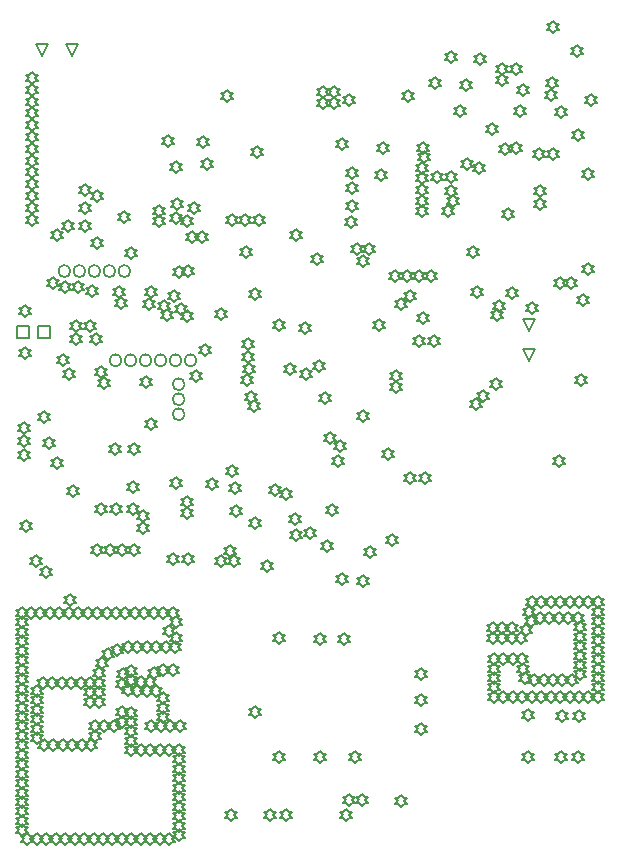
<source format=gbr>
%TF.GenerationSoftware,Altium Limited,Altium Designer,21.2.2 (38)*%
G04 Layer_Color=2752767*
%FSLAX45Y45*%
%MOMM*%
%TF.SameCoordinates,EE3A7C27-349B-46B6-A90B-2B7A9072729B*%
%TF.FilePolarity,Positive*%
%TF.FileFunction,Drawing*%
%TF.Part,Single*%
G01*
G75*
%TA.AperFunction,NonConductor*%
%ADD103C,0.12700*%
%ADD149C,0.16933*%
D103*
X201700Y4299200D02*
Y4400800D01*
X303300D01*
Y4299200D01*
X201700D01*
X21700D02*
Y4400800D01*
X123300D01*
Y4299200D01*
X21700D01*
X4360000Y4359200D02*
X4309200Y4460800D01*
X4410800D01*
X4360000Y4359200D01*
Y4105200D02*
X4309200Y4206800D01*
X4410800D01*
X4360000Y4105200D01*
X490000Y6689200D02*
X439200Y6790800D01*
X540800D01*
X490000Y6689200D01*
X236000D02*
X185200Y6790800D01*
X286800D01*
X236000Y6689200D01*
X3830000Y5719200D02*
X3855400Y5744600D01*
X3880800D01*
X3855400Y5770000D01*
X3880800Y5795400D01*
X3855400D01*
X3830000Y5820800D01*
X3804600Y5795400D01*
X3779200D01*
X3804600Y5770000D01*
X3779200Y5744600D01*
X3804600D01*
X3830000Y5719200D01*
X1827500Y2446700D02*
X1852900Y2472100D01*
X1878300D01*
X1852900Y2497500D01*
X1878300Y2522900D01*
X1852900D01*
X1827500Y2548300D01*
X1802100Y2522900D01*
X1776700D01*
X1802100Y2497500D01*
X1776700Y2472100D01*
X1802100D01*
X1827500Y2446700D01*
X2035000Y2681700D02*
X2060400Y2707100D01*
X2085800D01*
X2060400Y2732500D01*
X2085800Y2757900D01*
X2060400D01*
X2035000Y2783300D01*
X2009600Y2757900D01*
X1984200D01*
X2009600Y2732500D01*
X1984200Y2707100D01*
X2009600D01*
X2035000Y2681700D01*
X1860000Y2359200D02*
X1885400Y2384600D01*
X1910800D01*
X1885400Y2410000D01*
X1910800Y2435400D01*
X1885400D01*
X1860000Y2460800D01*
X1834600Y2435400D01*
X1809200D01*
X1834600Y2410000D01*
X1809200Y2384600D01*
X1834600D01*
X1860000Y2359200D01*
X1750000D02*
X1775400Y2384600D01*
X1800800D01*
X1775400Y2410000D01*
X1800800Y2435400D01*
X1775400D01*
X1750000Y2460800D01*
X1724600Y2435400D01*
X1699200D01*
X1724600Y2410000D01*
X1699200Y2384600D01*
X1724600D01*
X1750000Y2359200D01*
X2375000Y2716700D02*
X2400400Y2742100D01*
X2425800D01*
X2400400Y2767500D01*
X2425800Y2792900D01*
X2400400D01*
X2375000Y2818300D01*
X2349600Y2792900D01*
X2324200D01*
X2349600Y2767500D01*
X2324200Y2742100D01*
X2349600D01*
X2375000Y2716700D01*
X1470000Y4816700D02*
X1495400Y4842100D01*
X1520800D01*
X1495400Y4867500D01*
X1520800Y4892900D01*
X1495400D01*
X1470000Y4918300D01*
X1444600Y4892900D01*
X1419200D01*
X1444600Y4867500D01*
X1419200Y4842100D01*
X1444600D01*
X1470000Y4816700D01*
X1590000Y5099200D02*
X1615400Y5124600D01*
X1640800D01*
X1615400Y5150000D01*
X1640800Y5175400D01*
X1615400D01*
X1590000Y5200800D01*
X1564600Y5175400D01*
X1539200D01*
X1564600Y5150000D01*
X1539200Y5124600D01*
X1564600D01*
X1590000Y5099200D01*
X1500000D02*
X1525400Y5124600D01*
X1550800D01*
X1525400Y5150000D01*
X1550800Y5175400D01*
X1525400D01*
X1500000Y5200800D01*
X1474600Y5175400D01*
X1449200D01*
X1474600Y5150000D01*
X1449200Y5124600D01*
X1474600D01*
X1500000Y5099200D01*
X3700000Y5609200D02*
X3725400Y5634600D01*
X3750800D01*
X3725400Y5660000D01*
X3750800Y5685400D01*
X3725400D01*
X3700000Y5710800D01*
X3674600Y5685400D01*
X3649200D01*
X3674600Y5660000D01*
X3649200Y5634600D01*
X3674600D01*
X3700000Y5609200D01*
X3580000D02*
X3605400Y5634600D01*
X3630800D01*
X3605400Y5660000D01*
X3630800Y5685400D01*
X3605400D01*
X3580000Y5710800D01*
X3554600Y5685400D01*
X3529200D01*
X3554600Y5660000D01*
X3529200Y5634600D01*
X3554600D01*
X3580000Y5609200D01*
X3700000Y5489200D02*
X3725400Y5514600D01*
X3750800D01*
X3725400Y5540000D01*
X3750800Y5565400D01*
X3725400D01*
X3700000Y5590800D01*
X3674600Y5565400D01*
X3649200D01*
X3674600Y5540000D01*
X3649200Y5514600D01*
X3674600D01*
X3700000Y5489200D01*
X3710000Y5409200D02*
X3735400Y5434600D01*
X3760800D01*
X3735400Y5460000D01*
X3760800Y5485400D01*
X3735400D01*
X3710000Y5510800D01*
X3684600Y5485400D01*
X3659200D01*
X3684600Y5460000D01*
X3659200Y5434600D01*
X3684600D01*
X3710000Y5409200D01*
X3930000Y5689200D02*
X3955400Y5714600D01*
X3980800D01*
X3955400Y5740000D01*
X3980800Y5765400D01*
X3955400D01*
X3930000Y5790800D01*
X3904600Y5765400D01*
X3879200D01*
X3904600Y5740000D01*
X3879200Y5714600D01*
X3904600D01*
X3930000Y5689200D01*
X2580000Y4009200D02*
X2605400Y4034600D01*
X2630800D01*
X2605400Y4060000D01*
X2630800Y4085400D01*
X2605400D01*
X2580000Y4110800D01*
X2554600Y4085400D01*
X2529200D01*
X2554600Y4060000D01*
X2529200Y4034600D01*
X2554600D01*
X2580000Y4009200D01*
X2140000Y2319200D02*
X2165400Y2344600D01*
X2190800D01*
X2165400Y2370000D01*
X2190800Y2395400D01*
X2165400D01*
X2140000Y2420800D01*
X2114600Y2395400D01*
X2089200D01*
X2114600Y2370000D01*
X2089200Y2344600D01*
X2114600D01*
X2140000Y2319200D01*
X1610000Y4149200D02*
X1635400Y4174600D01*
X1660800D01*
X1635400Y4200000D01*
X1660800Y4225400D01*
X1635400D01*
X1610000Y4250800D01*
X1584600Y4225400D01*
X1559200D01*
X1584600Y4200000D01*
X1559200Y4174600D01*
X1584600D01*
X1610000Y4149200D01*
X360000Y5119200D02*
X385400Y5144600D01*
X410800D01*
X385400Y5170000D01*
X410800Y5195400D01*
X385400D01*
X360000Y5220800D01*
X334600Y5195400D01*
X309200D01*
X334600Y5170000D01*
X309200Y5144600D01*
X334600D01*
X360000Y5119200D01*
X250000Y3579200D02*
X275400Y3604600D01*
X300800D01*
X275400Y3630000D01*
X300800Y3655400D01*
X275400D01*
X250000Y3680800D01*
X224600Y3655400D01*
X199200D01*
X224600Y3630000D01*
X199200Y3604600D01*
X224600D01*
X250000Y3579200D01*
X2810000Y209200D02*
X2835400Y234600D01*
X2860800D01*
X2835400Y260000D01*
X2860800Y285400D01*
X2835400D01*
X2810000Y310800D01*
X2784600Y285400D01*
X2759200D01*
X2784600Y260000D01*
X2759200Y234600D01*
X2784600D01*
X2810000Y209200D01*
X2300000D02*
X2325400Y234600D01*
X2350800D01*
X2325400Y260000D01*
X2350800Y285400D01*
X2325400D01*
X2300000Y310800D01*
X2274600Y285400D01*
X2249200D01*
X2274600Y260000D01*
X2249200Y234600D01*
X2274600D01*
X2300000Y209200D01*
X2160000D02*
X2185400Y234600D01*
X2210800D01*
X2185400Y260000D01*
X2210800Y285400D01*
X2185400D01*
X2160000Y310800D01*
X2134600Y285400D01*
X2109200D01*
X2134600Y260000D01*
X2109200Y234600D01*
X2134600D01*
X2160000Y209200D01*
X330000Y4709200D02*
X355400Y4734600D01*
X380800D01*
X355400Y4760000D01*
X380800Y4785400D01*
X355400D01*
X330000Y4810800D01*
X304600Y4785400D01*
X279200D01*
X304600Y4760000D01*
X279200Y4734600D01*
X304600D01*
X330000Y4709200D01*
X4180304Y5300569D02*
X4205704Y5325969D01*
X4231104D01*
X4205704Y5351369D01*
X4231104Y5376769D01*
X4205704D01*
X4180304Y5402169D01*
X4154904Y5376769D01*
X4129504D01*
X4154904Y5351369D01*
X4129504Y5325969D01*
X4154904D01*
X4180304Y5300569D01*
X3160000Y3261700D02*
X3185400Y3287100D01*
X3210800D01*
X3185400Y3312500D01*
X3210800Y3337900D01*
X3185400D01*
X3160000Y3363300D01*
X3134600Y3337900D01*
X3109200D01*
X3134600Y3312500D01*
X3109200Y3287100D01*
X3134600D01*
X3160000Y3261700D01*
X2950000Y3589200D02*
X2975400Y3614600D01*
X3000800D01*
X2975400Y3640000D01*
X3000800Y3665400D01*
X2975400D01*
X2950000Y3690800D01*
X2924600Y3665400D01*
X2899200D01*
X2924600Y3640000D01*
X2899200Y3614600D01*
X2924600D01*
X2950000Y3589200D01*
X3230000Y3929200D02*
X3255400Y3954600D01*
X3280800D01*
X3255400Y3980000D01*
X3280800Y4005400D01*
X3255400D01*
X3230000Y4030800D01*
X3204600Y4005400D01*
X3179200D01*
X3204600Y3980000D01*
X3179200Y3954600D01*
X3204600D01*
X3230000Y3929200D01*
Y3829200D02*
X3255400Y3854600D01*
X3280800D01*
X3255400Y3880000D01*
X3280800Y3905400D01*
X3255400D01*
X3230000Y3930800D01*
X3204600Y3905400D01*
X3179200D01*
X3204600Y3880000D01*
X3179200Y3854600D01*
X3204600D01*
X3230000Y3829200D01*
X2300000Y2929200D02*
X2325400Y2954600D01*
X2350800D01*
X2325400Y2980000D01*
X2350800Y3005400D01*
X2325400D01*
X2300000Y3030800D01*
X2274600Y3005400D01*
X2249200D01*
X2274600Y2980000D01*
X2249200Y2954600D01*
X2274600D01*
X2300000Y2929200D01*
X1460000Y2769200D02*
X1485400Y2794600D01*
X1510800D01*
X1485400Y2820000D01*
X1510800Y2845400D01*
X1485400D01*
X1460000Y2870800D01*
X1434600Y2845400D01*
X1409200D01*
X1434600Y2820000D01*
X1409200Y2794600D01*
X1434600D01*
X1460000Y2769200D01*
X1370000Y3019200D02*
X1395400Y3044600D01*
X1420800D01*
X1395400Y3070000D01*
X1420800Y3095400D01*
X1395400D01*
X1370000Y3120800D01*
X1344600Y3095400D01*
X1319200D01*
X1344600Y3070000D01*
X1319200Y3044600D01*
X1344600D01*
X1370000Y3019200D01*
X2050000Y5819200D02*
X2075400Y5844600D01*
X2100800D01*
X2075400Y5870000D01*
X2100800Y5895400D01*
X2075400D01*
X2050000Y5920800D01*
X2024600Y5895400D01*
X1999200D01*
X2024600Y5870000D01*
X1999200Y5844600D01*
X2024600D01*
X2050000Y5819200D01*
X930000Y5269201D02*
X955400Y5294601D01*
X980800D01*
X955400Y5320001D01*
X980800Y5345401D01*
X955400D01*
X930000Y5370801D01*
X904600Y5345401D01*
X879200D01*
X904600Y5320001D01*
X879200Y5294601D01*
X904600D01*
X930000Y5269201D01*
X3010000Y2439200D02*
X3035400Y2464600D01*
X3060800D01*
X3035400Y2490000D01*
X3060800Y2515400D01*
X3035400D01*
X3010000Y2540800D01*
X2984600Y2515400D01*
X2959200D01*
X2984600Y2490000D01*
X2959200Y2464600D01*
X2984600D01*
X3010000Y2439200D01*
X3090000Y4359200D02*
X3115400Y4384600D01*
X3140800D01*
X3115400Y4410000D01*
X3140800Y4435400D01*
X3115400D01*
X3090000Y4460800D01*
X3064600Y4435400D01*
X3039200D01*
X3064600Y4410000D01*
X3039200Y4384600D01*
X3064600D01*
X3090000Y4359200D01*
X3920000Y4639200D02*
X3945400Y4664600D01*
X3970800D01*
X3945400Y4690000D01*
X3970800Y4715400D01*
X3945400D01*
X3920000Y4740800D01*
X3894600Y4715400D01*
X3869200D01*
X3894600Y4690000D01*
X3869200Y4664600D01*
X3894600D01*
X3920000Y4639200D01*
X4450000Y5489200D02*
X4475400Y5514600D01*
X4500800D01*
X4475400Y5540000D01*
X4500800Y5565400D01*
X4475400D01*
X4450000Y5590800D01*
X4424600Y5565400D01*
X4399200D01*
X4424600Y5540000D01*
X4399200Y5514600D01*
X4424600D01*
X4450000Y5489200D01*
Y5379200D02*
X4475400Y5404600D01*
X4500800D01*
X4475400Y5430000D01*
X4500800Y5455400D01*
X4475400D01*
X4450000Y5480800D01*
X4424600Y5455400D01*
X4399200D01*
X4424600Y5430000D01*
X4399200Y5404600D01*
X4424600D01*
X4450000Y5379200D01*
X4150000Y5849200D02*
X4175400Y5874600D01*
X4200800D01*
X4175400Y5900000D01*
X4200800Y5925400D01*
X4175400D01*
X4150000Y5950800D01*
X4124600Y5925400D01*
X4099200D01*
X4124600Y5900000D01*
X4099200Y5874600D01*
X4124600D01*
X4150000Y5849200D01*
X4040000Y6019200D02*
X4065400Y6044600D01*
X4090800D01*
X4065400Y6070000D01*
X4090800Y6095400D01*
X4065400D01*
X4040000Y6120800D01*
X4014600Y6095400D01*
X3989200D01*
X4014600Y6070000D01*
X3989200Y6044600D01*
X4014600D01*
X4040000Y6019200D01*
X4630000Y6159200D02*
X4655400Y6184600D01*
X4680800D01*
X4655400Y6210000D01*
X4680800Y6235400D01*
X4655400D01*
X4630000Y6260800D01*
X4604600Y6235400D01*
X4579200D01*
X4604600Y6210000D01*
X4579200Y6184600D01*
X4604600D01*
X4630000Y6159200D01*
X2630000Y3739200D02*
X2655400Y3764600D01*
X2680800D01*
X2655400Y3790000D01*
X2680800Y3815400D01*
X2655400D01*
X2630000Y3840800D01*
X2604600Y3815400D01*
X2579200D01*
X2604600Y3790000D01*
X2579200Y3764600D01*
X2604600D01*
X2630000Y3739200D01*
X2470000Y3946700D02*
X2495400Y3972100D01*
X2520800D01*
X2495400Y3997500D01*
X2520800Y4022900D01*
X2495400D01*
X2470000Y4048300D01*
X2444600Y4022900D01*
X2419200D01*
X2444600Y3997500D01*
X2419200Y3972100D01*
X2444600D01*
X2470000Y3946700D01*
X850000Y3309200D02*
X875400Y3334600D01*
X900800D01*
X875400Y3360000D01*
X900800Y3385400D01*
X875400D01*
X850000Y3410800D01*
X824600Y3385400D01*
X799200D01*
X824600Y3360000D01*
X799200Y3334600D01*
X824600D01*
X850000Y3309200D01*
X1160000Y3519200D02*
X1185400Y3544600D01*
X1210800D01*
X1185400Y3570000D01*
X1210800Y3595400D01*
X1185400D01*
X1160000Y3620800D01*
X1134600Y3595400D01*
X1109200D01*
X1134600Y3570000D01*
X1109200Y3544600D01*
X1134600D01*
X1160000Y3519200D01*
X1110000Y3879200D02*
X1135400Y3904600D01*
X1160800D01*
X1135400Y3930000D01*
X1160800Y3955400D01*
X1135400D01*
X1110000Y3980800D01*
X1084600Y3955400D01*
X1059200D01*
X1084600Y3930000D01*
X1059200Y3904600D01*
X1084600D01*
X1110000Y3879200D01*
X450000Y5199200D02*
X475400Y5224600D01*
X500800D01*
X475400Y5250000D01*
X500800Y5275400D01*
X475400D01*
X450000Y5300800D01*
X424600Y5275400D01*
X399200D01*
X424600Y5250000D01*
X399200Y5224600D01*
X424600D01*
X450000Y5199200D01*
X700000Y5049200D02*
X725400Y5074600D01*
X750800D01*
X725400Y5100000D01*
X750800Y5125400D01*
X725400D01*
X700000Y5150800D01*
X674600Y5125400D01*
X649200D01*
X674600Y5100000D01*
X649200Y5074600D01*
X674600D01*
X700000Y5049200D01*
X600000Y5199200D02*
X625400Y5224600D01*
X650800D01*
X625400Y5250000D01*
X650800Y5275400D01*
X625400D01*
X600000Y5300800D01*
X574600Y5275400D01*
X549200D01*
X574600Y5250000D01*
X549200Y5224600D01*
X574600D01*
X600000Y5199200D01*
Y5349200D02*
X625400Y5374600D01*
X650800D01*
X625400Y5400000D01*
X650800Y5425400D01*
X625400D01*
X600000Y5450800D01*
X574600Y5425400D01*
X549200D01*
X574600Y5400000D01*
X549200Y5374600D01*
X574600D01*
X600000Y5349200D01*
X700000Y5449200D02*
X725400Y5474600D01*
X750800D01*
X725400Y5500000D01*
X750800Y5525400D01*
X725400D01*
X700000Y5550800D01*
X674600Y5525400D01*
X649200D01*
X674600Y5500000D01*
X649200Y5474600D01*
X674600D01*
X700000Y5449200D01*
X150000Y6449200D02*
X175400Y6474600D01*
X200800D01*
X175400Y6500000D01*
X200800Y6525400D01*
X175400D01*
X150000Y6550800D01*
X124600Y6525400D01*
X99200D01*
X124600Y6500000D01*
X99200Y6474600D01*
X124600D01*
X150000Y6449200D01*
Y6349200D02*
X175400Y6374600D01*
X200800D01*
X175400Y6400000D01*
X200800Y6425400D01*
X175400D01*
X150000Y6450800D01*
X124600Y6425400D01*
X99200D01*
X124600Y6400000D01*
X99200Y6374600D01*
X124600D01*
X150000Y6349200D01*
Y6249200D02*
X175400Y6274600D01*
X200800D01*
X175400Y6300000D01*
X200800Y6325400D01*
X175400D01*
X150000Y6350800D01*
X124600Y6325400D01*
X99200D01*
X124600Y6300000D01*
X99200Y6274600D01*
X124600D01*
X150000Y6249200D01*
Y6149200D02*
X175400Y6174600D01*
X200800D01*
X175400Y6200000D01*
X200800Y6225400D01*
X175400D01*
X150000Y6250800D01*
X124600Y6225400D01*
X99200D01*
X124600Y6200000D01*
X99200Y6174600D01*
X124600D01*
X150000Y6149200D01*
Y6049200D02*
X175400Y6074600D01*
X200800D01*
X175400Y6100000D01*
X200800Y6125400D01*
X175400D01*
X150000Y6150800D01*
X124600Y6125400D01*
X99200D01*
X124600Y6100000D01*
X99200Y6074600D01*
X124600D01*
X150000Y6049200D01*
Y5949200D02*
X175400Y5974600D01*
X200800D01*
X175400Y6000000D01*
X200800Y6025400D01*
X175400D01*
X150000Y6050800D01*
X124600Y6025400D01*
X99200D01*
X124600Y6000000D01*
X99200Y5974600D01*
X124600D01*
X150000Y5949200D01*
Y5849200D02*
X175400Y5874600D01*
X200800D01*
X175400Y5900000D01*
X200800Y5925400D01*
X175400D01*
X150000Y5950800D01*
X124600Y5925400D01*
X99200D01*
X124600Y5900000D01*
X99200Y5874600D01*
X124600D01*
X150000Y5849200D01*
Y5749200D02*
X175400Y5774600D01*
X200800D01*
X175400Y5800000D01*
X200800Y5825400D01*
X175400D01*
X150000Y5850800D01*
X124600Y5825400D01*
X99200D01*
X124600Y5800000D01*
X99200Y5774600D01*
X124600D01*
X150000Y5749200D01*
Y5649200D02*
X175400Y5674600D01*
X200800D01*
X175400Y5700000D01*
X200800Y5725400D01*
X175400D01*
X150000Y5750800D01*
X124600Y5725400D01*
X99200D01*
X124600Y5700000D01*
X99200Y5674600D01*
X124600D01*
X150000Y5649200D01*
Y5549200D02*
X175400Y5574600D01*
X200800D01*
X175400Y5600000D01*
X200800Y5625400D01*
X175400D01*
X150000Y5650800D01*
X124600Y5625400D01*
X99200D01*
X124600Y5600000D01*
X99200Y5574600D01*
X124600D01*
X150000Y5549200D01*
Y5449200D02*
X175400Y5474600D01*
X200800D01*
X175400Y5500000D01*
X200800Y5525400D01*
X175400D01*
X150000Y5550800D01*
X124600Y5525400D01*
X99200D01*
X124600Y5500000D01*
X99200Y5474600D01*
X124600D01*
X150000Y5449200D01*
Y5349200D02*
X175400Y5374600D01*
X200800D01*
X175400Y5400000D01*
X200800Y5425400D01*
X175400D01*
X150000Y5450800D01*
X124600Y5425400D01*
X99200D01*
X124600Y5400000D01*
X99200Y5374600D01*
X124600D01*
X150000Y5349200D01*
Y5249200D02*
X175400Y5274600D01*
X200800D01*
X175400Y5300000D01*
X200800Y5325400D01*
X175400D01*
X150000Y5350800D01*
X124600Y5325400D01*
X99200D01*
X124600Y5300000D01*
X99200Y5274600D01*
X124600D01*
X150000Y5249200D01*
X90000Y4119200D02*
X115400Y4144600D01*
X140800D01*
X115400Y4170000D01*
X140800Y4195400D01*
X115400D01*
X90000Y4220800D01*
X64600Y4195400D01*
X39200D01*
X64600Y4170000D01*
X39200Y4144600D01*
X64600D01*
X90000Y4119200D01*
Y4479200D02*
X115400Y4504600D01*
X140800D01*
X115400Y4530000D01*
X140800Y4555400D01*
X115400D01*
X90000Y4580800D01*
X64600Y4555400D01*
X39200D01*
X64600Y4530000D01*
X39200Y4504600D01*
X64600D01*
X90000Y4479200D01*
X4640000Y1049200D02*
X4665400Y1074600D01*
X4690800D01*
X4665400Y1100000D01*
X4690800Y1125400D01*
X4665400D01*
X4640000Y1150800D01*
X4614600Y1125400D01*
X4589200D01*
X4614600Y1100000D01*
X4589200Y1074600D01*
X4614600D01*
X4640000Y1049200D01*
X4780000D02*
X4805400Y1074600D01*
X4830800D01*
X4805400Y1100000D01*
X4830800Y1125400D01*
X4805400D01*
X4780000Y1150800D01*
X4754600Y1125400D01*
X4729200D01*
X4754600Y1100000D01*
X4729200Y1074600D01*
X4754600D01*
X4780000Y1049200D01*
X4770000Y699200D02*
X4795400Y724600D01*
X4820800D01*
X4795400Y750000D01*
X4820800Y775400D01*
X4795400D01*
X4770000Y800800D01*
X4744600Y775400D01*
X4719200D01*
X4744600Y750000D01*
X4719200Y724600D01*
X4744600D01*
X4770000Y699200D01*
X4630000D02*
X4655400Y724600D01*
X4680800D01*
X4655400Y750000D01*
X4680800Y775400D01*
X4655400D01*
X4630000Y800800D01*
X4604600Y775400D01*
X4579200D01*
X4604600Y750000D01*
X4579200Y724600D01*
X4604600D01*
X4630000Y699200D01*
X2790000Y1699200D02*
X2815400Y1724600D01*
X2840800D01*
X2815400Y1750000D01*
X2840800Y1775400D01*
X2815400D01*
X2790000Y1800800D01*
X2764600Y1775400D01*
X2739200D01*
X2764600Y1750000D01*
X2739200Y1724600D01*
X2764600D01*
X2790000Y1699200D01*
X2590000D02*
X2615400Y1724600D01*
X2640800D01*
X2615400Y1750000D01*
X2640800Y1775400D01*
X2615400D01*
X2590000Y1800800D01*
X2564600Y1775400D01*
X2539200D01*
X2564600Y1750000D01*
X2539200Y1724600D01*
X2564600D01*
X2590000Y1699200D01*
X2240000Y1709200D02*
X2265400Y1734600D01*
X2290800D01*
X2265400Y1760000D01*
X2290800Y1785400D01*
X2265400D01*
X2240000Y1810800D01*
X2214600Y1785400D01*
X2189200D01*
X2214600Y1760000D01*
X2189200Y1734600D01*
X2214600D01*
X2240000Y1709200D01*
X2040000Y1079200D02*
X2065400Y1104600D01*
X2090800D01*
X2065400Y1130000D01*
X2090800Y1155400D01*
X2065400D01*
X2040000Y1180800D01*
X2014600Y1155400D01*
X1989200D01*
X2014600Y1130000D01*
X1989200Y1104600D01*
X2014600D01*
X2040000Y1079200D01*
X2240000Y699200D02*
X2265400Y724600D01*
X2290800D01*
X2265400Y750000D01*
X2290800Y775400D01*
X2265400D01*
X2240000Y800800D01*
X2214600Y775400D01*
X2189200D01*
X2214600Y750000D01*
X2189200Y724600D01*
X2214600D01*
X2240000Y699200D01*
X2590000D02*
X2615400Y724600D01*
X2640800D01*
X2615400Y750000D01*
X2640800Y775400D01*
X2615400D01*
X2590000Y800800D01*
X2564600Y775400D01*
X2539200D01*
X2564600Y750000D01*
X2539200Y724600D01*
X2564600D01*
X2590000Y699200D01*
X2880000D02*
X2905400Y724600D01*
X2930800D01*
X2905400Y750000D01*
X2930800Y775400D01*
X2905400D01*
X2880000Y800800D01*
X2854600Y775400D01*
X2829200D01*
X2854600Y750000D01*
X2829200Y724600D01*
X2854600D01*
X2880000Y699200D01*
X3440000Y939200D02*
X3465400Y964600D01*
X3490800D01*
X3465400Y990000D01*
X3490800Y1015400D01*
X3465400D01*
X3440000Y1040800D01*
X3414600Y1015400D01*
X3389200D01*
X3414600Y990000D01*
X3389200Y964600D01*
X3414600D01*
X3440000Y939200D01*
Y1179200D02*
X3465400Y1204600D01*
X3490800D01*
X3465400Y1230000D01*
X3490800Y1255400D01*
X3465400D01*
X3440000Y1280800D01*
X3414600Y1255400D01*
X3389200D01*
X3414600Y1230000D01*
X3389200Y1204600D01*
X3414600D01*
X3440000Y1179200D01*
Y1399200D02*
X3465400Y1424600D01*
X3490800D01*
X3465400Y1450000D01*
X3490800Y1475400D01*
X3465400D01*
X3440000Y1500800D01*
X3414600Y1475400D01*
X3389200D01*
X3414600Y1450000D01*
X3389200Y1424600D01*
X3414600D01*
X3440000Y1399200D01*
X2380000Y5119200D02*
X2405400Y5144600D01*
X2430800D01*
X2405400Y5170000D01*
X2430800Y5195400D01*
X2405400D01*
X2380000Y5220800D01*
X2354600Y5195400D01*
X2329200D01*
X2354600Y5170000D01*
X2329200Y5144600D01*
X2354600D01*
X2380000Y5119200D01*
X2560000Y4919200D02*
X2585400Y4944600D01*
X2610800D01*
X2585400Y4970000D01*
X2610800Y4995400D01*
X2585400D01*
X2560000Y5020800D01*
X2534600Y4995400D01*
X2509200D01*
X2534600Y4970000D01*
X2509200Y4944600D01*
X2534600D01*
X2560000Y4919200D01*
X1960000Y4979200D02*
X1985400Y5004600D01*
X2010800D01*
X1985400Y5030000D01*
X2010800Y5055400D01*
X1985400D01*
X1960000Y5080800D01*
X1934600Y5055400D01*
X1909200D01*
X1934600Y5030000D01*
X1909200Y5004600D01*
X1934600D01*
X1960000Y4979200D01*
X2040000Y4619200D02*
X2065400Y4644600D01*
X2090800D01*
X2065400Y4670000D01*
X2090800Y4695400D01*
X2065400D01*
X2040000Y4720800D01*
X2014600Y4695400D01*
X1989200D01*
X2014600Y4670000D01*
X1989200Y4644600D01*
X2014600D01*
X2040000Y4619200D01*
X1390000Y4809200D02*
X1415400Y4834600D01*
X1440800D01*
X1415400Y4860000D01*
X1440800Y4885400D01*
X1415400D01*
X1390000Y4910800D01*
X1364600Y4885400D01*
X1339200D01*
X1364600Y4860000D01*
X1339200Y4834600D01*
X1364600D01*
X1390000Y4809200D01*
X1370000Y5699200D02*
X1395400Y5724600D01*
X1420800D01*
X1395400Y5750000D01*
X1420800Y5775400D01*
X1395400D01*
X1370000Y5800800D01*
X1344600Y5775400D01*
X1319200D01*
X1344600Y5750000D01*
X1319200Y5724600D01*
X1344600D01*
X1370000Y5699200D01*
X1630000Y5719200D02*
X1655400Y5744600D01*
X1680800D01*
X1655400Y5770000D01*
X1680800Y5795400D01*
X1655400D01*
X1630000Y5820800D01*
X1604600Y5795400D01*
X1579200D01*
X1604600Y5770000D01*
X1579200Y5744600D01*
X1604600D01*
X1630000Y5719200D01*
X1600000Y5909200D02*
X1625400Y5934600D01*
X1650800D01*
X1625400Y5960000D01*
X1650800Y5985400D01*
X1625400D01*
X1600000Y6010800D01*
X1574600Y5985400D01*
X1549200D01*
X1574600Y5960000D01*
X1549200Y5934600D01*
X1574600D01*
X1600000Y5909200D01*
X3450000Y5319200D02*
X3475400Y5344600D01*
X3500800D01*
X3475400Y5370000D01*
X3500800Y5395400D01*
X3475400D01*
X3450000Y5420800D01*
X3424600Y5395400D01*
X3399200D01*
X3424600Y5370000D01*
X3399200Y5344600D01*
X3424600D01*
X3450000Y5319200D01*
Y5409200D02*
X3475400Y5434600D01*
X3500800D01*
X3475400Y5460000D01*
X3500800Y5485400D01*
X3475400D01*
X3450000Y5510800D01*
X3424600Y5485400D01*
X3399200D01*
X3424600Y5460000D01*
X3399200Y5434600D01*
X3424600D01*
X3450000Y5409200D01*
Y5499200D02*
X3475400Y5524600D01*
X3500800D01*
X3475400Y5550000D01*
X3500800Y5575400D01*
X3475400D01*
X3450000Y5600800D01*
X3424600Y5575400D01*
X3399200D01*
X3424600Y5550000D01*
X3399200Y5524600D01*
X3424600D01*
X3450000Y5499200D01*
Y5599200D02*
X3475400Y5624600D01*
X3500800D01*
X3475400Y5650000D01*
X3500800Y5675400D01*
X3475400D01*
X3450000Y5700800D01*
X3424600Y5675400D01*
X3399200D01*
X3424600Y5650000D01*
X3399200Y5624600D01*
X3424600D01*
X3450000Y5599200D01*
Y5689200D02*
X3475400Y5714600D01*
X3500800D01*
X3475400Y5740000D01*
X3500800Y5765400D01*
X3475400D01*
X3450000Y5790800D01*
X3424600Y5765400D01*
X3399200D01*
X3424600Y5740000D01*
X3399200Y5714600D01*
X3424600D01*
X3450000Y5689200D01*
X3470000Y5779200D02*
X3495400Y5804600D01*
X3520800D01*
X3495400Y5830000D01*
X3520800Y5855400D01*
X3495400D01*
X3470000Y5880800D01*
X3444600Y5855400D01*
X3419200D01*
X3444600Y5830000D01*
X3419200Y5804600D01*
X3444600D01*
X3470000Y5779200D01*
X3460000Y5859200D02*
X3485400Y5884600D01*
X3510800D01*
X3485400Y5910000D01*
X3510800Y5935400D01*
X3485400D01*
X3460000Y5960800D01*
X3434600Y5935400D01*
X3409200D01*
X3434600Y5910000D01*
X3409200Y5884600D01*
X3434600D01*
X3460000Y5859200D01*
X1800000Y6299200D02*
X1825400Y6324600D01*
X1850800D01*
X1825400Y6350000D01*
X1850800Y6375400D01*
X1825400D01*
X1800000Y6400800D01*
X1774600Y6375400D01*
X1749200D01*
X1774600Y6350000D01*
X1749200Y6324600D01*
X1774600D01*
X1800000Y6299200D01*
X3330000D02*
X3355400Y6324600D01*
X3380800D01*
X3355400Y6350000D01*
X3380800Y6375400D01*
X3355400D01*
X3330000Y6400800D01*
X3304600Y6375400D01*
X3279200D01*
X3304600Y6350000D01*
X3279200Y6324600D01*
X3304600D01*
X3330000Y6299200D01*
X3820000Y6389200D02*
X3845400Y6414600D01*
X3870800D01*
X3845400Y6440000D01*
X3870800Y6465400D01*
X3845400D01*
X3820000Y6490800D01*
X3794600Y6465400D01*
X3769200D01*
X3794600Y6440000D01*
X3769200Y6414600D01*
X3794600D01*
X3820000Y6389200D01*
X3560000Y6409200D02*
X3585400Y6434600D01*
X3610800D01*
X3585400Y6460000D01*
X3610800Y6485400D01*
X3585400D01*
X3560000Y6510800D01*
X3534600Y6485400D01*
X3509200D01*
X3534600Y6460000D01*
X3509200Y6434600D01*
X3534600D01*
X3560000Y6409200D01*
X3700000Y6629200D02*
X3725400Y6654600D01*
X3750800D01*
X3725400Y6680000D01*
X3750800Y6705400D01*
X3725400D01*
X3700000Y6730800D01*
X3674600Y6705400D01*
X3649200D01*
X3674600Y6680000D01*
X3649200Y6654600D01*
X3674600D01*
X3700000Y6629200D01*
X4130000Y6529200D02*
X4155400Y6554600D01*
X4180800D01*
X4155400Y6580000D01*
X4180800Y6605400D01*
X4155400D01*
X4130000Y6630800D01*
X4104600Y6605400D01*
X4079200D01*
X4104600Y6580000D01*
X4079200Y6554600D01*
X4104600D01*
X4130000Y6529200D01*
X4250000D02*
X4275400Y6554600D01*
X4300800D01*
X4275400Y6580000D01*
X4300800Y6605400D01*
X4275400D01*
X4250000Y6630800D01*
X4224600Y6605400D01*
X4199200D01*
X4224600Y6580000D01*
X4199200Y6554600D01*
X4224600D01*
X4250000Y6529200D01*
X4280000Y6169200D02*
X4305400Y6194600D01*
X4330800D01*
X4305400Y6220000D01*
X4330800Y6245400D01*
X4305400D01*
X4280000Y6270800D01*
X4254600Y6245400D01*
X4229200D01*
X4254600Y6220000D01*
X4229200Y6194600D01*
X4254600D01*
X4280000Y6169200D01*
X4310000Y6349200D02*
X4335400Y6374600D01*
X4360800D01*
X4335400Y6400000D01*
X4360800Y6425400D01*
X4335400D01*
X4310000Y6450800D01*
X4284600Y6425400D01*
X4259200D01*
X4284600Y6400000D01*
X4259200Y6374600D01*
X4284600D01*
X4310000Y6349200D01*
X4130000Y6429200D02*
X4155400Y6454600D01*
X4180800D01*
X4155400Y6480000D01*
X4180800Y6505400D01*
X4155400D01*
X4130000Y6530800D01*
X4104600Y6505400D01*
X4079200D01*
X4104600Y6480000D01*
X4079200Y6454600D01*
X4104600D01*
X4130000Y6429200D01*
X4550000Y6409200D02*
X4575400Y6434600D01*
X4600800D01*
X4575400Y6460000D01*
X4600800Y6485400D01*
X4575400D01*
X4550000Y6510800D01*
X4524600Y6485400D01*
X4499200D01*
X4524600Y6460000D01*
X4499200Y6434600D01*
X4524600D01*
X4550000Y6409200D01*
X4760000Y6679200D02*
X4785400Y6704600D01*
X4810800D01*
X4785400Y6730000D01*
X4810800Y6755400D01*
X4785400D01*
X4760000Y6780800D01*
X4734600Y6755400D01*
X4709200D01*
X4734600Y6730000D01*
X4709200Y6704600D01*
X4734600D01*
X4760000Y6679200D01*
X4770000Y5969200D02*
X4795400Y5994600D01*
X4820800D01*
X4795400Y6020000D01*
X4820800Y6045400D01*
X4795400D01*
X4770000Y6070800D01*
X4744600Y6045400D01*
X4719200D01*
X4744600Y6020000D01*
X4719200Y5994600D01*
X4744600D01*
X4770000Y5969200D01*
X4860000Y5639200D02*
X4885400Y5664600D01*
X4910800D01*
X4885400Y5690000D01*
X4910800Y5715400D01*
X4885400D01*
X4860000Y5740800D01*
X4834600Y5715400D01*
X4809200D01*
X4834600Y5690000D01*
X4809200Y5664600D01*
X4834600D01*
X4860000Y5639200D01*
Y4829200D02*
X4885400Y4854600D01*
X4910800D01*
X4885400Y4880000D01*
X4910800Y4905400D01*
X4885400D01*
X4860000Y4930800D01*
X4834600Y4905400D01*
X4809200D01*
X4834600Y4880000D01*
X4809200Y4854600D01*
X4834600D01*
X4860000Y4829200D01*
X4800000Y3889200D02*
X4825400Y3914600D01*
X4850800D01*
X4825400Y3940000D01*
X4850800Y3965400D01*
X4825400D01*
X4800000Y3990800D01*
X4774600Y3965400D01*
X4749200D01*
X4774600Y3940000D01*
X4749200Y3914600D01*
X4774600D01*
X4800000Y3889200D01*
X4810000Y4569200D02*
X4835400Y4594600D01*
X4860800D01*
X4835400Y4620000D01*
X4860800Y4645400D01*
X4835400D01*
X4810000Y4670800D01*
X4784600Y4645400D01*
X4759200D01*
X4784600Y4620000D01*
X4759200Y4594600D01*
X4784600D01*
X4810000Y4569200D01*
X4620000Y4709200D02*
X4645400Y4734600D01*
X4670800D01*
X4645400Y4760000D01*
X4670800Y4785400D01*
X4645400D01*
X4620000Y4810800D01*
X4594600Y4785400D01*
X4569200D01*
X4594600Y4760000D01*
X4569200Y4734600D01*
X4594600D01*
X4620000Y4709200D01*
X4710000D02*
X4735400Y4734600D01*
X4760800D01*
X4735400Y4760000D01*
X4760800Y4785400D01*
X4735400D01*
X4710000Y4810800D01*
X4684600Y4785400D01*
X4659200D01*
X4684600Y4760000D01*
X4659200Y4734600D01*
X4684600D01*
X4710000Y4709200D01*
X4380000Y4499200D02*
X4405400Y4524600D01*
X4430800D01*
X4405400Y4550000D01*
X4430800Y4575400D01*
X4405400D01*
X4380000Y4600800D01*
X4354600Y4575400D01*
X4329200D01*
X4354600Y4550000D01*
X4329200Y4524600D01*
X4354600D01*
X4380000Y4499200D01*
X4090000Y4439200D02*
X4115400Y4464600D01*
X4140800D01*
X4115400Y4490000D01*
X4140800Y4515400D01*
X4115400D01*
X4090000Y4540800D01*
X4064600Y4515400D01*
X4039200D01*
X4064600Y4490000D01*
X4039200Y4464600D01*
X4064600D01*
X4090000Y4439200D01*
X4100000Y4519200D02*
X4125400Y4544600D01*
X4150800D01*
X4125400Y4570000D01*
X4150800Y4595400D01*
X4125400D01*
X4100000Y4620800D01*
X4074600Y4595400D01*
X4049200D01*
X4074600Y4570000D01*
X4049200Y4544600D01*
X4074600D01*
X4100000Y4519200D01*
X3460000Y4419200D02*
X3485400Y4444600D01*
X3510800D01*
X3485400Y4470000D01*
X3510800Y4495400D01*
X3485400D01*
X3460000Y4520800D01*
X3434600Y4495400D01*
X3409200D01*
X3434600Y4470000D01*
X3409200Y4444600D01*
X3434600D01*
X3460000Y4419200D01*
X3270000Y4539200D02*
X3295400Y4564600D01*
X3320800D01*
X3295400Y4590000D01*
X3320800Y4615400D01*
X3295400D01*
X3270000Y4640800D01*
X3244600Y4615400D01*
X3219200D01*
X3244600Y4590000D01*
X3219200Y4564600D01*
X3244600D01*
X3270000Y4539200D01*
X3350000Y4599200D02*
X3375400Y4624600D01*
X3400800D01*
X3375400Y4650000D01*
X3400800Y4675400D01*
X3375400D01*
X3350000Y4700800D01*
X3324600Y4675400D01*
X3299200D01*
X3324600Y4650000D01*
X3299200Y4624600D01*
X3324600D01*
X3350000Y4599200D01*
X4610000Y3209200D02*
X4635400Y3234600D01*
X4660800D01*
X4635400Y3260000D01*
X4660800Y3285400D01*
X4635400D01*
X4610000Y3310800D01*
X4584600Y3285400D01*
X4559200D01*
X4584600Y3260000D01*
X4559200Y3234600D01*
X4584600D01*
X4610000Y3209200D01*
X3480000Y3059200D02*
X3505400Y3084600D01*
X3530800D01*
X3505400Y3110000D01*
X3530800Y3135400D01*
X3505400D01*
X3480000Y3160800D01*
X3454600Y3135400D01*
X3429200D01*
X3454600Y3110000D01*
X3429200Y3084600D01*
X3454600D01*
X3480000Y3059200D01*
X3350000D02*
X3375400Y3084600D01*
X3400800D01*
X3375400Y3110000D01*
X3400800Y3135400D01*
X3375400D01*
X3350000Y3160800D01*
X3324600Y3135400D01*
X3299200D01*
X3324600Y3110000D01*
X3299200Y3084600D01*
X3324600D01*
X3350000Y3059200D01*
X3200000Y2539200D02*
X3225400Y2564600D01*
X3250800D01*
X3225400Y2590000D01*
X3250800Y2615400D01*
X3225400D01*
X3200000Y2640800D01*
X3174600Y2615400D01*
X3149200D01*
X3174600Y2590000D01*
X3149200Y2564600D01*
X3174600D01*
X3200000Y2539200D01*
X2690000Y2789200D02*
X2715400Y2814600D01*
X2740800D01*
X2715400Y2840000D01*
X2740800Y2865400D01*
X2715400D01*
X2690000Y2890800D01*
X2664600Y2865400D01*
X2639200D01*
X2664600Y2840000D01*
X2639200Y2814600D01*
X2664600D01*
X2690000Y2789200D01*
X2740000Y3209200D02*
X2765400Y3234600D01*
X2790800D01*
X2765400Y3260000D01*
X2790800Y3285400D01*
X2765400D01*
X2740000Y3310800D01*
X2714600Y3285400D01*
X2689200D01*
X2714600Y3260000D01*
X2689200Y3234600D01*
X2714600D01*
X2740000Y3209200D01*
X2760000Y3329200D02*
X2785400Y3354600D01*
X2810800D01*
X2785400Y3380000D01*
X2810800Y3405400D01*
X2785400D01*
X2760000Y3430800D01*
X2734600Y3405400D01*
X2709200D01*
X2734600Y3380000D01*
X2709200Y3354600D01*
X2734600D01*
X2760000Y3329200D01*
X2670000Y3399200D02*
X2695400Y3424600D01*
X2720800D01*
X2695400Y3450000D01*
X2720800Y3475400D01*
X2695400D01*
X2670000Y3500800D01*
X2644600Y3475400D01*
X2619200D01*
X2644600Y3450000D01*
X2619200Y3424600D01*
X2644600D01*
X2670000Y3399200D01*
X2330000Y3989200D02*
X2355400Y4014600D01*
X2380800D01*
X2355400Y4040000D01*
X2380800Y4065400D01*
X2355400D01*
X2330000Y4090800D01*
X2304600Y4065400D01*
X2279200D01*
X2304600Y4040000D01*
X2279200Y4014600D01*
X2304600D01*
X2330000Y3989200D01*
X2240000Y4359200D02*
X2265400Y4384600D01*
X2290800D01*
X2265400Y4410000D01*
X2290800Y4435400D01*
X2265400D01*
X2240000Y4460800D01*
X2214600Y4435400D01*
X2189200D01*
X2214600Y4410000D01*
X2189200Y4384600D01*
X2214600D01*
X2240000Y4359200D01*
X2460000Y4329200D02*
X2485400Y4354600D01*
X2510800D01*
X2485400Y4380000D01*
X2510800Y4405400D01*
X2485400D01*
X2460000Y4430800D01*
X2434600Y4405400D01*
X2409200D01*
X2434600Y4380000D01*
X2409200Y4354600D01*
X2434600D01*
X2460000Y4329200D01*
X1980000Y4089200D02*
X2005400Y4114600D01*
X2030800D01*
X2005400Y4140000D01*
X2030800Y4165400D01*
X2005400D01*
X1980000Y4190800D01*
X1954600Y4165400D01*
X1929200D01*
X1954600Y4140000D01*
X1929200Y4114600D01*
X1954600D01*
X1980000Y4089200D01*
X660000Y4649200D02*
X685400Y4674600D01*
X710800D01*
X685400Y4700000D01*
X710800Y4725400D01*
X685400D01*
X660000Y4750800D01*
X634600Y4725400D01*
X609200D01*
X634600Y4700000D01*
X609200Y4674600D01*
X634600D01*
X660000Y4649200D01*
X540000Y4679200D02*
X565400Y4704600D01*
X590800D01*
X565400Y4730000D01*
X590800Y4755400D01*
X565400D01*
X540000Y4780800D01*
X514600Y4755400D01*
X489200D01*
X514600Y4730000D01*
X489200Y4704600D01*
X514600D01*
X540000Y4679200D01*
X430000D02*
X455400Y4704600D01*
X480800D01*
X455400Y4730000D01*
X480800Y4755400D01*
X455400D01*
X430000Y4780800D01*
X404600Y4755400D01*
X379200D01*
X404600Y4730000D01*
X379200Y4704600D01*
X404600D01*
X430000Y4679200D01*
X520000Y4239200D02*
X545400Y4264600D01*
X570800D01*
X545400Y4290000D01*
X570800Y4315400D01*
X545400D01*
X520000Y4340800D01*
X494600Y4315400D01*
X469200D01*
X494600Y4290000D01*
X469200Y4264600D01*
X494600D01*
X520000Y4239200D01*
Y4349200D02*
X545400Y4374600D01*
X570800D01*
X545400Y4400000D01*
X570800Y4425400D01*
X545400D01*
X520000Y4450800D01*
X494600Y4425400D01*
X469200D01*
X494600Y4400000D01*
X469200Y4374600D01*
X494600D01*
X520000Y4349200D01*
X640000D02*
X665400Y4374600D01*
X690800D01*
X665400Y4400000D01*
X690800Y4425400D01*
X665400D01*
X640000Y4450800D01*
X614600Y4425400D01*
X589200D01*
X614600Y4400000D01*
X589200Y4374600D01*
X614600D01*
X640000Y4349200D01*
X80000Y3489200D02*
X105400Y3514600D01*
X130800D01*
X105400Y3540000D01*
X130800Y3565400D01*
X105400D01*
X80000Y3590800D01*
X54600Y3565400D01*
X29200D01*
X54600Y3540000D01*
X29200Y3514600D01*
X54600D01*
X80000Y3489200D01*
Y3379200D02*
X105400Y3404600D01*
X130800D01*
X105400Y3430000D01*
X130800Y3455400D01*
X105400D01*
X80000Y3480800D01*
X54600Y3455400D01*
X29200D01*
X54600Y3430000D01*
X29200Y3404600D01*
X54600D01*
X80000Y3379200D01*
Y3259200D02*
X105400Y3284600D01*
X130800D01*
X105400Y3310000D01*
X130800Y3335400D01*
X105400D01*
X80000Y3360800D01*
X54600Y3335400D01*
X29200D01*
X54600Y3310000D01*
X29200Y3284600D01*
X54600D01*
X80000Y3259200D01*
X100000Y2659200D02*
X125400Y2684600D01*
X150800D01*
X125400Y2710000D01*
X150800Y2735400D01*
X125400D01*
X100000Y2760800D01*
X74600Y2735400D01*
X49200D01*
X74600Y2710000D01*
X49200Y2684600D01*
X74600D01*
X100000Y2659200D01*
X180000Y2359200D02*
X205400Y2384600D01*
X230800D01*
X205400Y2410000D01*
X230800Y2435400D01*
X205400D01*
X180000Y2460800D01*
X154600Y2435400D01*
X129200D01*
X154600Y2410000D01*
X129200Y2384600D01*
X154600D01*
X180000Y2359200D01*
X270000Y2269200D02*
X295400Y2294600D01*
X320800D01*
X295400Y2320000D01*
X320800Y2345400D01*
X295400D01*
X270000Y2370800D01*
X244600Y2345400D01*
X219200D01*
X244600Y2320000D01*
X219200Y2294600D01*
X244600D01*
X270000Y2269200D01*
X2950000Y2189200D02*
X2975400Y2214600D01*
X3000800D01*
X2975400Y2240000D01*
X3000800Y2265400D01*
X2975400D01*
X2950000Y2290800D01*
X2924600Y2265400D01*
X2899200D01*
X2924600Y2240000D01*
X2899200Y2214600D01*
X2924600D01*
X2950000Y2189200D01*
X3270000Y329200D02*
X3295400Y354600D01*
X3320800D01*
X3295400Y380000D01*
X3320800Y405400D01*
X3295400D01*
X3270000Y430800D01*
X3244600Y405400D01*
X3219200D01*
X3244600Y380000D01*
X3219200Y354600D01*
X3244600D01*
X3270000Y329200D01*
X2940000Y339200D02*
X2965400Y364600D01*
X2990800D01*
X2965400Y390000D01*
X2990800Y415400D01*
X2965400D01*
X2940000Y440800D01*
X2914600Y415400D01*
X2889200D01*
X2914600Y390000D01*
X2889200Y364600D01*
X2914600D01*
X2940000Y339200D01*
X2830000D02*
X2855400Y364600D01*
X2880800D01*
X2855400Y390000D01*
X2880800Y415400D01*
X2855400D01*
X2830000Y440800D01*
X2804600Y415400D01*
X2779200D01*
X2804600Y390000D01*
X2779200Y364600D01*
X2804600D01*
X2830000Y339200D01*
X2775659Y2204859D02*
X2801059Y2230259D01*
X2826459D01*
X2801059Y2255659D01*
X2826459Y2281059D01*
X2801059D01*
X2775659Y2306459D01*
X2750259Y2281059D01*
X2724859D01*
X2750259Y2255659D01*
X2724859Y2230259D01*
X2750259D01*
X2775659Y2204859D01*
X4380000Y2009200D02*
X4405400Y2034600D01*
X4430800D01*
X4405400Y2060000D01*
X4430800Y2085400D01*
X4405400D01*
X4380000Y2110800D01*
X4354600Y2085400D01*
X4329200D01*
X4354600Y2060000D01*
X4329200Y2034600D01*
X4354600D01*
X4380000Y2009200D01*
X4360000Y1929200D02*
X4385400Y1954600D01*
X4410800D01*
X4385400Y1980000D01*
X4410800Y2005400D01*
X4385400D01*
X4360000Y2030800D01*
X4334600Y2005400D01*
X4309200D01*
X4334600Y1980000D01*
X4309200Y1954600D01*
X4334600D01*
X4360000Y1929200D01*
X4210000Y1789200D02*
X4235400Y1814600D01*
X4260800D01*
X4235400Y1840000D01*
X4260800Y1865400D01*
X4235400D01*
X4210000Y1890800D01*
X4184600Y1865400D01*
X4159200D01*
X4184600Y1840000D01*
X4159200Y1814600D01*
X4184600D01*
X4210000Y1789200D01*
X4130000D02*
X4155400Y1814600D01*
X4180800D01*
X4155400Y1840000D01*
X4180800Y1865400D01*
X4155400D01*
X4130000Y1890800D01*
X4104600Y1865400D01*
X4079200D01*
X4104600Y1840000D01*
X4079200Y1814600D01*
X4104600D01*
X4130000Y1789200D01*
X4050000D02*
X4075400Y1814600D01*
X4100800D01*
X4075400Y1840000D01*
X4100800Y1865400D01*
X4075400D01*
X4050000Y1890800D01*
X4024600Y1865400D01*
X3999200D01*
X4024600Y1840000D01*
X3999200Y1814600D01*
X4024600D01*
X4050000Y1789200D01*
X4860000Y2009200D02*
X4885400Y2034600D01*
X4910800D01*
X4885400Y2060000D01*
X4910800Y2085400D01*
X4885400D01*
X4860000Y2110800D01*
X4834600Y2085400D01*
X4809200D01*
X4834600Y2060000D01*
X4809200Y2034600D01*
X4834600D01*
X4860000Y2009200D01*
X4780000D02*
X4805400Y2034600D01*
X4830800D01*
X4805400Y2060000D01*
X4830800Y2085400D01*
X4805400D01*
X4780000Y2110800D01*
X4754600Y2085400D01*
X4729200D01*
X4754600Y2060000D01*
X4729200Y2034600D01*
X4754600D01*
X4780000Y2009200D01*
X4700000D02*
X4725400Y2034600D01*
X4750800D01*
X4725400Y2060000D01*
X4750800Y2085400D01*
X4725400D01*
X4700000Y2110800D01*
X4674600Y2085400D01*
X4649200D01*
X4674600Y2060000D01*
X4649200Y2034600D01*
X4674600D01*
X4700000Y2009200D01*
X4620000D02*
X4645400Y2034600D01*
X4670800D01*
X4645400Y2060000D01*
X4670800Y2085400D01*
X4645400D01*
X4620000Y2110800D01*
X4594600Y2085400D01*
X4569200D01*
X4594600Y2060000D01*
X4569200Y2034600D01*
X4594600D01*
X4620000Y2009200D01*
X4540000D02*
X4565400Y2034600D01*
X4590800D01*
X4565400Y2060000D01*
X4590800Y2085400D01*
X4565400D01*
X4540000Y2110800D01*
X4514600Y2085400D01*
X4489200D01*
X4514600Y2060000D01*
X4489200Y2034600D01*
X4514600D01*
X4540000Y2009200D01*
X4460000D02*
X4485400Y2034600D01*
X4510800D01*
X4485400Y2060000D01*
X4510800Y2085400D01*
X4485400D01*
X4460000Y2110800D01*
X4434600Y2085400D01*
X4409200D01*
X4434600Y2060000D01*
X4409200Y2034600D01*
X4434600D01*
X4460000Y2009200D01*
X4940000Y1769200D02*
X4965400Y1794600D01*
X4990800D01*
X4965400Y1820000D01*
X4990800Y1845400D01*
X4965400D01*
X4940000Y1870800D01*
X4914600Y1845400D01*
X4889200D01*
X4914600Y1820000D01*
X4889200Y1794600D01*
X4914600D01*
X4940000Y1769200D01*
Y1849200D02*
X4965400Y1874600D01*
X4990800D01*
X4965400Y1900000D01*
X4990800Y1925400D01*
X4965400D01*
X4940000Y1950800D01*
X4914600Y1925400D01*
X4889200D01*
X4914600Y1900000D01*
X4889200Y1874600D01*
X4914600D01*
X4940000Y1849200D01*
Y1929200D02*
X4965400Y1954600D01*
X4990800D01*
X4965400Y1980000D01*
X4990800Y2005400D01*
X4965400D01*
X4940000Y2030800D01*
X4914600Y2005400D01*
X4889200D01*
X4914600Y1980000D01*
X4889200Y1954600D01*
X4914600D01*
X4940000Y1929200D01*
Y2009200D02*
X4965400Y2034600D01*
X4990800D01*
X4965400Y2060000D01*
X4990800Y2085400D01*
X4965400D01*
X4940000Y2110800D01*
X4914600Y2085400D01*
X4889200D01*
X4914600Y2060000D01*
X4889200Y2034600D01*
X4914600D01*
X4940000Y2009200D01*
Y1289200D02*
X4965400Y1314600D01*
X4990800D01*
X4965400Y1340000D01*
X4990800Y1365400D01*
X4965400D01*
X4940000Y1390800D01*
X4914600Y1365400D01*
X4889200D01*
X4914600Y1340000D01*
X4889200Y1314600D01*
X4914600D01*
X4940000Y1289200D01*
Y1369200D02*
X4965400Y1394600D01*
X4990800D01*
X4965400Y1420000D01*
X4990800Y1445400D01*
X4965400D01*
X4940000Y1470800D01*
X4914600Y1445400D01*
X4889200D01*
X4914600Y1420000D01*
X4889200Y1394600D01*
X4914600D01*
X4940000Y1369200D01*
Y1449200D02*
X4965400Y1474600D01*
X4990800D01*
X4965400Y1500000D01*
X4990800Y1525400D01*
X4965400D01*
X4940000Y1550800D01*
X4914600Y1525400D01*
X4889200D01*
X4914600Y1500000D01*
X4889200Y1474600D01*
X4914600D01*
X4940000Y1449200D01*
Y1529200D02*
X4965400Y1554600D01*
X4990800D01*
X4965400Y1580000D01*
X4990800Y1605400D01*
X4965400D01*
X4940000Y1630800D01*
X4914600Y1605400D01*
X4889200D01*
X4914600Y1580000D01*
X4889200Y1554600D01*
X4914600D01*
X4940000Y1529200D01*
Y1609200D02*
X4965400Y1634600D01*
X4990800D01*
X4965400Y1660000D01*
X4990800Y1685400D01*
X4965400D01*
X4940000Y1710800D01*
X4914600Y1685400D01*
X4889200D01*
X4914600Y1660000D01*
X4889200Y1634600D01*
X4914600D01*
X4940000Y1609200D01*
Y1689200D02*
X4965400Y1714600D01*
X4990800D01*
X4965400Y1740000D01*
X4990800Y1765400D01*
X4965400D01*
X4940000Y1790800D01*
X4914600Y1765400D01*
X4889200D01*
X4914600Y1740000D01*
X4889200Y1714600D01*
X4914600D01*
X4940000Y1689200D01*
X4620000Y1209200D02*
X4645400Y1234600D01*
X4670800D01*
X4645400Y1260000D01*
X4670800Y1285400D01*
X4645400D01*
X4620000Y1310800D01*
X4594600Y1285400D01*
X4569200D01*
X4594600Y1260000D01*
X4569200Y1234600D01*
X4594600D01*
X4620000Y1209200D01*
X4700000D02*
X4725400Y1234600D01*
X4750800D01*
X4725400Y1260000D01*
X4750800Y1285400D01*
X4725400D01*
X4700000Y1310800D01*
X4674600Y1285400D01*
X4649200D01*
X4674600Y1260000D01*
X4649200Y1234600D01*
X4674600D01*
X4700000Y1209200D01*
X4780000D02*
X4805400Y1234600D01*
X4830800D01*
X4805400Y1260000D01*
X4830800Y1285400D01*
X4805400D01*
X4780000Y1310800D01*
X4754600Y1285400D01*
X4729200D01*
X4754600Y1260000D01*
X4729200Y1234600D01*
X4754600D01*
X4780000Y1209200D01*
X4860000D02*
X4885400Y1234600D01*
X4910800D01*
X4885400Y1260000D01*
X4910800Y1285400D01*
X4885400D01*
X4860000Y1310800D01*
X4834600Y1285400D01*
X4809200D01*
X4834600Y1260000D01*
X4809200Y1234600D01*
X4834600D01*
X4860000Y1209200D01*
X4940000D02*
X4965400Y1234600D01*
X4990800D01*
X4965400Y1260000D01*
X4990800Y1285400D01*
X4965400D01*
X4940000Y1310800D01*
X4914600Y1285400D01*
X4889200D01*
X4914600Y1260000D01*
X4889200Y1234600D01*
X4914600D01*
X4940000Y1209200D01*
X4140000D02*
X4165400Y1234600D01*
X4190800D01*
X4165400Y1260000D01*
X4190800Y1285400D01*
X4165400D01*
X4140000Y1310800D01*
X4114600Y1285400D01*
X4089200D01*
X4114600Y1260000D01*
X4089200Y1234600D01*
X4114600D01*
X4140000Y1209200D01*
X4220000D02*
X4245400Y1234600D01*
X4270800D01*
X4245400Y1260000D01*
X4270800Y1285400D01*
X4245400D01*
X4220000Y1310800D01*
X4194600Y1285400D01*
X4169200D01*
X4194600Y1260000D01*
X4169200Y1234600D01*
X4194600D01*
X4220000Y1209200D01*
X4300000D02*
X4325400Y1234600D01*
X4350800D01*
X4325400Y1260000D01*
X4350800Y1285400D01*
X4325400D01*
X4300000Y1310800D01*
X4274600Y1285400D01*
X4249200D01*
X4274600Y1260000D01*
X4249200Y1234600D01*
X4274600D01*
X4300000Y1209200D01*
X4380000D02*
X4405400Y1234600D01*
X4430800D01*
X4405400Y1260000D01*
X4430800Y1285400D01*
X4405400D01*
X4380000Y1310800D01*
X4354600Y1285400D01*
X4329200D01*
X4354600Y1260000D01*
X4329200Y1234600D01*
X4354600D01*
X4380000Y1209200D01*
X4460000D02*
X4485400Y1234600D01*
X4510800D01*
X4485400Y1260000D01*
X4510800Y1285400D01*
X4485400D01*
X4460000Y1310800D01*
X4434600Y1285400D01*
X4409200D01*
X4434600Y1260000D01*
X4409200Y1234600D01*
X4434600D01*
X4460000Y1209200D01*
X4540000D02*
X4565400Y1234600D01*
X4590800D01*
X4565400Y1260000D01*
X4590800Y1285400D01*
X4565400D01*
X4540000Y1310800D01*
X4514600Y1285400D01*
X4489200D01*
X4514600Y1260000D01*
X4489200Y1234600D01*
X4514600D01*
X4540000Y1209200D01*
X4060000Y1449200D02*
X4085400Y1474600D01*
X4110800D01*
X4085400Y1500000D01*
X4110800Y1525400D01*
X4085400D01*
X4060000Y1550800D01*
X4034600Y1525400D01*
X4009200D01*
X4034600Y1500000D01*
X4009200Y1474600D01*
X4034600D01*
X4060000Y1449200D01*
Y1369200D02*
X4085400Y1394600D01*
X4110800D01*
X4085400Y1420000D01*
X4110800Y1445400D01*
X4085400D01*
X4060000Y1470800D01*
X4034600Y1445400D01*
X4009200D01*
X4034600Y1420000D01*
X4009200Y1394600D01*
X4034600D01*
X4060000Y1369200D01*
Y1289200D02*
X4085400Y1314600D01*
X4110800D01*
X4085400Y1340000D01*
X4110800Y1365400D01*
X4085400D01*
X4060000Y1390800D01*
X4034600Y1365400D01*
X4009200D01*
X4034600Y1340000D01*
X4009200Y1314600D01*
X4034600D01*
X4060000Y1289200D01*
Y1209200D02*
X4085400Y1234600D01*
X4110800D01*
X4085400Y1260000D01*
X4110800Y1285400D01*
X4085400D01*
X4060000Y1310800D01*
X4034600Y1285400D01*
X4009200D01*
X4034600Y1260000D01*
X4009200Y1234600D01*
X4034600D01*
X4060000Y1209200D01*
Y1529200D02*
X4085400Y1554600D01*
X4110800D01*
X4085400Y1580000D01*
X4110800Y1605400D01*
X4085400D01*
X4060000Y1630800D01*
X4034600Y1605400D01*
X4009200D01*
X4034600Y1580000D01*
X4009200Y1554600D01*
X4034600D01*
X4060000Y1529200D01*
X4140000D02*
X4165400Y1554600D01*
X4190800D01*
X4165400Y1580000D01*
X4190800Y1605400D01*
X4165400D01*
X4140000Y1630800D01*
X4114600Y1605400D01*
X4089200D01*
X4114600Y1580000D01*
X4089200Y1554600D01*
X4114600D01*
X4140000Y1529200D01*
X4220000D02*
X4245400Y1554600D01*
X4270800D01*
X4245400Y1580000D01*
X4270800Y1605400D01*
X4245400D01*
X4220000Y1630800D01*
X4194600Y1605400D01*
X4169200D01*
X4194600Y1580000D01*
X4169200Y1554600D01*
X4194600D01*
X4220000Y1529200D01*
X4300000D02*
X4325400Y1554600D01*
X4350800D01*
X4325400Y1580000D01*
X4350800Y1605400D01*
X4325400D01*
X4300000Y1630800D01*
X4274600Y1605400D01*
X4249200D01*
X4274600Y1580000D01*
X4249200Y1554600D01*
X4274600D01*
X4300000Y1529200D01*
X4310000Y1449200D02*
X4335400Y1474600D01*
X4360800D01*
X4335400Y1500000D01*
X4360800Y1525400D01*
X4335400D01*
X4310000Y1550800D01*
X4284600Y1525400D01*
X4259200D01*
X4284600Y1500000D01*
X4259200Y1474600D01*
X4284600D01*
X4310000Y1449200D01*
X4320000Y1369200D02*
X4345400Y1394600D01*
X4370800D01*
X4345400Y1420000D01*
X4370800Y1445400D01*
X4345400D01*
X4320000Y1470800D01*
X4294600Y1445400D01*
X4269200D01*
X4294600Y1420000D01*
X4269200Y1394600D01*
X4294600D01*
X4320000Y1369200D01*
X4400000Y1349200D02*
X4425400Y1374600D01*
X4450800D01*
X4425400Y1400000D01*
X4450800Y1425400D01*
X4425400D01*
X4400000Y1450800D01*
X4374600Y1425400D01*
X4349200D01*
X4374600Y1400000D01*
X4349200Y1374600D01*
X4374600D01*
X4400000Y1349200D01*
X4480000D02*
X4505400Y1374600D01*
X4530800D01*
X4505400Y1400000D01*
X4530800Y1425400D01*
X4505400D01*
X4480000Y1450800D01*
X4454600Y1425400D01*
X4429200D01*
X4454600Y1400000D01*
X4429200Y1374600D01*
X4454600D01*
X4480000Y1349200D01*
X4560000D02*
X4585400Y1374600D01*
X4610800D01*
X4585400Y1400000D01*
X4610800Y1425400D01*
X4585400D01*
X4560000Y1450800D01*
X4534600Y1425400D01*
X4509200D01*
X4534600Y1400000D01*
X4509200Y1374600D01*
X4534600D01*
X4560000Y1349200D01*
X4640000D02*
X4665400Y1374600D01*
X4690800D01*
X4665400Y1400000D01*
X4690800Y1425400D01*
X4665400D01*
X4640000Y1450800D01*
X4614600Y1425400D01*
X4589200D01*
X4614600Y1400000D01*
X4589200Y1374600D01*
X4614600D01*
X4640000Y1349200D01*
X4720000D02*
X4745400Y1374600D01*
X4770800D01*
X4745400Y1400000D01*
X4770800Y1425400D01*
X4745400D01*
X4720000Y1450800D01*
X4694600Y1425400D01*
X4669200D01*
X4694600Y1400000D01*
X4669200Y1374600D01*
X4694600D01*
X4720000Y1349200D01*
X4790000Y1399200D02*
X4815400Y1424600D01*
X4840800D01*
X4815400Y1450000D01*
X4840800Y1475400D01*
X4815400D01*
X4790000Y1500800D01*
X4764600Y1475400D01*
X4739200D01*
X4764600Y1450000D01*
X4739200Y1424600D01*
X4764600D01*
X4790000Y1399200D01*
Y1479200D02*
X4815400Y1504600D01*
X4840800D01*
X4815400Y1530000D01*
X4840800Y1555400D01*
X4815400D01*
X4790000Y1580800D01*
X4764600Y1555400D01*
X4739200D01*
X4764600Y1530000D01*
X4739200Y1504600D01*
X4764600D01*
X4790000Y1479200D01*
Y1559200D02*
X4815400Y1584600D01*
X4840800D01*
X4815400Y1610000D01*
X4840800Y1635400D01*
X4815400D01*
X4790000Y1660800D01*
X4764600Y1635400D01*
X4739200D01*
X4764600Y1610000D01*
X4739200Y1584600D01*
X4764600D01*
X4790000Y1559200D01*
Y1639200D02*
X4815400Y1664600D01*
X4840800D01*
X4815400Y1690000D01*
X4840800Y1715400D01*
X4815400D01*
X4790000Y1740800D01*
X4764600Y1715400D01*
X4739200D01*
X4764600Y1690000D01*
X4739200Y1664600D01*
X4764600D01*
X4790000Y1639200D01*
Y1719200D02*
X4815400Y1744600D01*
X4840800D01*
X4815400Y1770000D01*
X4840800Y1795400D01*
X4815400D01*
X4790000Y1820800D01*
X4764600Y1795400D01*
X4739200D01*
X4764600Y1770000D01*
X4739200Y1744600D01*
X4764600D01*
X4790000Y1719200D01*
Y1799200D02*
X4815400Y1824600D01*
X4840800D01*
X4815400Y1850000D01*
X4840800Y1875400D01*
X4815400D01*
X4790000Y1900800D01*
X4764600Y1875400D01*
X4739200D01*
X4764600Y1850000D01*
X4739200Y1824600D01*
X4764600D01*
X4790000Y1799200D01*
X4770000Y1879200D02*
X4795400Y1904600D01*
X4820800D01*
X4795400Y1930000D01*
X4820800Y1955400D01*
X4795400D01*
X4770000Y1980800D01*
X4744600Y1955400D01*
X4719200D01*
X4744600Y1930000D01*
X4719200Y1904600D01*
X4744600D01*
X4770000Y1879200D01*
X4690000D02*
X4715400Y1904600D01*
X4740800D01*
X4715400Y1930000D01*
X4740800Y1955400D01*
X4715400D01*
X4690000Y1980800D01*
X4664600Y1955400D01*
X4639200D01*
X4664600Y1930000D01*
X4639200Y1904600D01*
X4664600D01*
X4690000Y1879200D01*
X4610000D02*
X4635400Y1904600D01*
X4660800D01*
X4635400Y1930000D01*
X4660800Y1955400D01*
X4635400D01*
X4610000Y1980800D01*
X4584600Y1955400D01*
X4559200D01*
X4584600Y1930000D01*
X4559200Y1904600D01*
X4584600D01*
X4610000Y1879200D01*
X4530000D02*
X4555400Y1904600D01*
X4580800D01*
X4555400Y1930000D01*
X4580800Y1955400D01*
X4555400D01*
X4530000Y1980800D01*
X4504600Y1955400D01*
X4479200D01*
X4504600Y1930000D01*
X4479200Y1904600D01*
X4504600D01*
X4530000Y1879200D01*
X4450000D02*
X4475400Y1904600D01*
X4500800D01*
X4475400Y1930000D01*
X4500800Y1955400D01*
X4475400D01*
X4450000Y1980800D01*
X4424600Y1955400D01*
X4399200D01*
X4424600Y1930000D01*
X4399200Y1904600D01*
X4424600D01*
X4450000Y1879200D01*
X4370000Y1849200D02*
X4395400Y1874600D01*
X4420800D01*
X4395400Y1900000D01*
X4420800Y1925400D01*
X4395400D01*
X4370000Y1950800D01*
X4344600Y1925400D01*
X4319200D01*
X4344600Y1900000D01*
X4319200Y1874600D01*
X4344600D01*
X4370000Y1849200D01*
X4330000Y1779200D02*
X4355400Y1804600D01*
X4380800D01*
X4355400Y1830000D01*
X4380800Y1855400D01*
X4355400D01*
X4330000Y1880800D01*
X4304600Y1855400D01*
X4279200D01*
X4304600Y1830000D01*
X4279200Y1804600D01*
X4304600D01*
X4330000Y1779200D01*
X4290000Y1709200D02*
X4315400Y1734600D01*
X4340800D01*
X4315400Y1760000D01*
X4340800Y1785400D01*
X4315400D01*
X4290000Y1810800D01*
X4264600Y1785400D01*
X4239200D01*
X4264600Y1760000D01*
X4239200Y1734600D01*
X4264600D01*
X4290000Y1709200D01*
X4210000D02*
X4235400Y1734600D01*
X4260800D01*
X4235400Y1760000D01*
X4260800Y1785400D01*
X4235400D01*
X4210000Y1810800D01*
X4184600Y1785400D01*
X4159200D01*
X4184600Y1760000D01*
X4159200Y1734600D01*
X4184600D01*
X4210000Y1709200D01*
X4130000D02*
X4155400Y1734600D01*
X4180800D01*
X4155400Y1760000D01*
X4180800Y1785400D01*
X4155400D01*
X4130000Y1810800D01*
X4104600Y1785400D01*
X4079200D01*
X4104600Y1760000D01*
X4079200Y1734600D01*
X4104600D01*
X4130000Y1709200D01*
X4050000D02*
X4075400Y1734600D01*
X4100800D01*
X4075400Y1760000D01*
X4100800Y1785400D01*
X4075400D01*
X4050000Y1810800D01*
X4024600Y1785400D01*
X3999200D01*
X4024600Y1760000D01*
X3999200Y1734600D01*
X4024600D01*
X4050000Y1709200D01*
X1370000D02*
X1395400Y1734600D01*
X1420800D01*
X1395400Y1760000D01*
X1420800Y1785400D01*
X1395400D01*
X1370000Y1810800D01*
X1344600Y1785400D01*
X1319200D01*
X1344600Y1760000D01*
X1319200Y1734600D01*
X1344600D01*
X1370000Y1709200D01*
X1310000Y1769200D02*
X1335400Y1794600D01*
X1360800D01*
X1335400Y1820000D01*
X1360800Y1845400D01*
X1335400D01*
X1310000Y1870800D01*
X1284600Y1845400D01*
X1259200D01*
X1284600Y1820000D01*
X1259200Y1794600D01*
X1284600D01*
X1310000Y1769200D01*
X1370000Y1839200D02*
X1395400Y1864600D01*
X1420800D01*
X1395400Y1890000D01*
X1420800Y1915400D01*
X1395400D01*
X1370000Y1940800D01*
X1344600Y1915400D01*
X1319200D01*
X1344600Y1890000D01*
X1319200Y1864600D01*
X1344600D01*
X1370000Y1839200D01*
X1340000Y1919200D02*
X1365400Y1944600D01*
X1390800D01*
X1365400Y1970000D01*
X1390800Y1995400D01*
X1365400D01*
X1340000Y2020800D01*
X1314600Y1995400D01*
X1289200D01*
X1314600Y1970000D01*
X1289200Y1944600D01*
X1314600D01*
X1340000Y1919200D01*
X1260000D02*
X1285400Y1944600D01*
X1310800D01*
X1285400Y1970000D01*
X1310800Y1995400D01*
X1285400D01*
X1260000Y2020800D01*
X1234600Y1995400D01*
X1209200D01*
X1234600Y1970000D01*
X1209200Y1944600D01*
X1234600D01*
X1260000Y1919200D01*
X1180000D02*
X1205400Y1944600D01*
X1230800D01*
X1205400Y1970000D01*
X1230800Y1995400D01*
X1205400D01*
X1180000Y2020800D01*
X1154600Y1995400D01*
X1129200D01*
X1154600Y1970000D01*
X1129200Y1944600D01*
X1154600D01*
X1180000Y1919200D01*
X1100000D02*
X1125400Y1944600D01*
X1150800D01*
X1125400Y1970000D01*
X1150800Y1995400D01*
X1125400D01*
X1100000Y2020800D01*
X1074600Y1995400D01*
X1049200D01*
X1074600Y1970000D01*
X1049200Y1944600D01*
X1074600D01*
X1100000Y1919200D01*
X1020000D02*
X1045400Y1944600D01*
X1070800D01*
X1045400Y1970000D01*
X1070800Y1995400D01*
X1045400D01*
X1020000Y2020800D01*
X994600Y1995400D01*
X969200D01*
X994600Y1970000D01*
X969200Y1944600D01*
X994600D01*
X1020000Y1919200D01*
X940000D02*
X965400Y1944600D01*
X990800D01*
X965400Y1970000D01*
X990800Y1995400D01*
X965400D01*
X940000Y2020800D01*
X914600Y1995400D01*
X889200D01*
X914600Y1970000D01*
X889200Y1944600D01*
X914600D01*
X940000Y1919200D01*
X860000D02*
X885400Y1944600D01*
X910800D01*
X885400Y1970000D01*
X910800Y1995400D01*
X885400D01*
X860000Y2020800D01*
X834600Y1995400D01*
X809200D01*
X834600Y1970000D01*
X809200Y1944600D01*
X834600D01*
X860000Y1919200D01*
X780000D02*
X805400Y1944600D01*
X830800D01*
X805400Y1970000D01*
X830800Y1995400D01*
X805400D01*
X780000Y2020800D01*
X754600Y1995400D01*
X729200D01*
X754600Y1970000D01*
X729200Y1944600D01*
X754600D01*
X780000Y1919200D01*
X700000D02*
X725400Y1944600D01*
X750800D01*
X725400Y1970000D01*
X750800Y1995400D01*
X725400D01*
X700000Y2020800D01*
X674600Y1995400D01*
X649200D01*
X674600Y1970000D01*
X649200Y1944600D01*
X674600D01*
X700000Y1919200D01*
X620000D02*
X645400Y1944600D01*
X670800D01*
X645400Y1970000D01*
X670800Y1995400D01*
X645400D01*
X620000Y2020800D01*
X594600Y1995400D01*
X569200D01*
X594600Y1970000D01*
X569200Y1944600D01*
X594600D01*
X620000Y1919200D01*
X540000D02*
X565400Y1944600D01*
X590800D01*
X565400Y1970000D01*
X590800Y1995400D01*
X565400D01*
X540000Y2020800D01*
X514600Y1995400D01*
X489200D01*
X514600Y1970000D01*
X489200Y1944600D01*
X514600D01*
X540000Y1919200D01*
X460000D02*
X485400Y1944600D01*
X510800D01*
X485400Y1970000D01*
X510800Y1995400D01*
X485400D01*
X460000Y2020800D01*
X434600Y1995400D01*
X409200D01*
X434600Y1970000D01*
X409200Y1944600D01*
X434600D01*
X460000Y1919200D01*
X380000D02*
X405400Y1944600D01*
X430800D01*
X405400Y1970000D01*
X430800Y1995400D01*
X405400D01*
X380000Y2020800D01*
X354600Y1995400D01*
X329200D01*
X354600Y1970000D01*
X329200Y1944600D01*
X354600D01*
X380000Y1919200D01*
X300000D02*
X325400Y1944600D01*
X350800D01*
X325400Y1970000D01*
X350800Y1995400D01*
X325400D01*
X300000Y2020800D01*
X274600Y1995400D01*
X249200D01*
X274600Y1970000D01*
X249200Y1944600D01*
X274600D01*
X300000Y1919200D01*
X220000D02*
X245400Y1944600D01*
X270800D01*
X245400Y1970000D01*
X270800Y1995400D01*
X245400D01*
X220000Y2020800D01*
X194600Y1995400D01*
X169200D01*
X194600Y1970000D01*
X169200Y1944600D01*
X194600D01*
X220000Y1919200D01*
X140000D02*
X165400Y1944600D01*
X190800D01*
X165400Y1970000D01*
X190800Y1995400D01*
X165400D01*
X140000Y2020800D01*
X114600Y1995400D01*
X89200D01*
X114600Y1970000D01*
X89200Y1944600D01*
X114600D01*
X140000Y1919200D01*
X60000Y1919200D02*
X85400Y1944600D01*
X110800D01*
X85400Y1970000D01*
X110800Y1995400D01*
X85400D01*
X60000Y2020800D01*
X34600Y1995400D01*
X9200D01*
X34600Y1970000D01*
X9200Y1944600D01*
X34600D01*
X60000Y1919200D01*
Y1839200D02*
X85400Y1864600D01*
X110800D01*
X85400Y1890000D01*
X110800Y1915400D01*
X85400D01*
X60000Y1940800D01*
X34600Y1915400D01*
X9200D01*
X34600Y1890000D01*
X9200Y1864600D01*
X34600D01*
X60000Y1839200D01*
Y1759200D02*
X85400Y1784600D01*
X110800D01*
X85400Y1810000D01*
X110800Y1835400D01*
X85400D01*
X60000Y1860800D01*
X34600Y1835400D01*
X9200D01*
X34600Y1810000D01*
X9200Y1784600D01*
X34600D01*
X60000Y1759200D01*
Y1679200D02*
X85400Y1704600D01*
X110800D01*
X85400Y1730000D01*
X110800Y1755400D01*
X85400D01*
X60000Y1780800D01*
X34600Y1755400D01*
X9200D01*
X34600Y1730000D01*
X9200Y1704600D01*
X34600D01*
X60000Y1679200D01*
Y1599200D02*
X85400Y1624600D01*
X110800D01*
X85400Y1650000D01*
X110800Y1675400D01*
X85400D01*
X60000Y1700800D01*
X34600Y1675400D01*
X9200D01*
X34600Y1650000D01*
X9200Y1624600D01*
X34600D01*
X60000Y1599200D01*
Y1519200D02*
X85400Y1544600D01*
X110800D01*
X85400Y1570000D01*
X110800Y1595400D01*
X85400D01*
X60000Y1620800D01*
X34600Y1595400D01*
X9200D01*
X34600Y1570000D01*
X9200Y1544600D01*
X34600D01*
X60000Y1519200D01*
Y1439200D02*
X85400Y1464600D01*
X110800D01*
X85400Y1490000D01*
X110800Y1515400D01*
X85400D01*
X60000Y1540800D01*
X34600Y1515400D01*
X9200D01*
X34600Y1490000D01*
X9200Y1464600D01*
X34600D01*
X60000Y1439200D01*
Y1359200D02*
X85400Y1384600D01*
X110800D01*
X85400Y1410000D01*
X110800Y1435400D01*
X85400D01*
X60000Y1460800D01*
X34600Y1435400D01*
X9200D01*
X34600Y1410000D01*
X9200Y1384600D01*
X34600D01*
X60000Y1359200D01*
Y1279200D02*
X85400Y1304600D01*
X110800D01*
X85400Y1330000D01*
X110800Y1355400D01*
X85400D01*
X60000Y1380800D01*
X34600Y1355400D01*
X9200D01*
X34600Y1330000D01*
X9200Y1304600D01*
X34600D01*
X60000Y1279200D01*
Y1199200D02*
X85400Y1224600D01*
X110800D01*
X85400Y1250000D01*
X110800Y1275400D01*
X85400D01*
X60000Y1300800D01*
X34600Y1275400D01*
X9200D01*
X34600Y1250000D01*
X9200Y1224600D01*
X34600D01*
X60000Y1199200D01*
Y1119200D02*
X85400Y1144600D01*
X110800D01*
X85400Y1170000D01*
X110800Y1195400D01*
X85400D01*
X60000Y1220800D01*
X34600Y1195400D01*
X9200D01*
X34600Y1170000D01*
X9200Y1144600D01*
X34600D01*
X60000Y1119200D01*
Y1039200D02*
X85400Y1064600D01*
X110800D01*
X85400Y1090000D01*
X110800Y1115400D01*
X85400D01*
X60000Y1140800D01*
X34600Y1115400D01*
X9200D01*
X34600Y1090000D01*
X9200Y1064600D01*
X34600D01*
X60000Y1039200D01*
Y959200D02*
X85400Y984600D01*
X110800D01*
X85400Y1010000D01*
X110800Y1035400D01*
X85400D01*
X60000Y1060800D01*
X34600Y1035400D01*
X9200D01*
X34600Y1010000D01*
X9200Y984600D01*
X34600D01*
X60000Y959200D01*
Y879200D02*
X85400Y904600D01*
X110800D01*
X85400Y930000D01*
X110800Y955400D01*
X85400D01*
X60000Y980800D01*
X34600Y955400D01*
X9200D01*
X34600Y930000D01*
X9200Y904600D01*
X34600D01*
X60000Y879200D01*
Y799200D02*
X85400Y824600D01*
X110800D01*
X85400Y850000D01*
X110800Y875400D01*
X85400D01*
X60000Y900800D01*
X34600Y875400D01*
X9200D01*
X34600Y850000D01*
X9200Y824600D01*
X34600D01*
X60000Y799200D01*
Y719200D02*
X85400Y744600D01*
X110800D01*
X85400Y770000D01*
X110800Y795400D01*
X85400D01*
X60000Y820800D01*
X34600Y795400D01*
X9200D01*
X34600Y770000D01*
X9200Y744600D01*
X34600D01*
X60000Y719200D01*
Y639200D02*
X85400Y664600D01*
X110800D01*
X85400Y690000D01*
X110800Y715400D01*
X85400D01*
X60000Y740800D01*
X34600Y715400D01*
X9200D01*
X34600Y690000D01*
X9200Y664600D01*
X34600D01*
X60000Y639200D01*
Y559200D02*
X85400Y584600D01*
X110800D01*
X85400Y610000D01*
X110800Y635400D01*
X85400D01*
X60000Y660800D01*
X34600Y635400D01*
X9200D01*
X34600Y610000D01*
X9200Y584600D01*
X34600D01*
X60000Y559200D01*
Y479200D02*
X85400Y504600D01*
X110800D01*
X85400Y530000D01*
X110800Y555400D01*
X85400D01*
X60000Y580800D01*
X34600Y555400D01*
X9200D01*
X34600Y530000D01*
X9200Y504600D01*
X34600D01*
X60000Y479200D01*
Y399200D02*
X85400Y424600D01*
X110800D01*
X85400Y450000D01*
X110800Y475400D01*
X85400D01*
X60000Y500800D01*
X34600Y475400D01*
X9200D01*
X34600Y450000D01*
X9200Y424600D01*
X34600D01*
X60000Y399200D01*
Y319200D02*
X85400Y344600D01*
X110800D01*
X85400Y370000D01*
X110800Y395400D01*
X85400D01*
X60000Y420800D01*
X34600Y395400D01*
X9200D01*
X34600Y370000D01*
X9200Y344600D01*
X34600D01*
X60000Y319200D01*
Y239200D02*
X85400Y264600D01*
X110800D01*
X85400Y290000D01*
X110800Y315400D01*
X85400D01*
X60000Y340800D01*
X34600Y315400D01*
X9200D01*
X34600Y290000D01*
X9200Y264600D01*
X34600D01*
X60000Y239200D01*
Y159200D02*
X85400Y184600D01*
X110800D01*
X85400Y210000D01*
X110800Y235400D01*
X85400D01*
X60000Y260800D01*
X34600Y235400D01*
X9200D01*
X34600Y210000D01*
X9200Y184600D01*
X34600D01*
X60000Y159200D01*
Y79200D02*
X85400Y104600D01*
X110800D01*
X85400Y130000D01*
X110800Y155400D01*
X85400D01*
X60000Y180800D01*
X34600Y155400D01*
X9200D01*
X34600Y130000D01*
X9200Y104600D01*
X34600D01*
X60000Y79200D01*
X110000Y9200D02*
X135400Y34600D01*
X160800D01*
X135400Y60000D01*
X160800Y85400D01*
X135400D01*
X110000Y110800D01*
X84600Y85400D01*
X59200D01*
X84600Y60000D01*
X59200Y34600D01*
X84600D01*
X110000Y9200D01*
X190000D02*
X215400Y34600D01*
X240800D01*
X215400Y60000D01*
X240800Y85400D01*
X215400D01*
X190000Y110800D01*
X164600Y85400D01*
X139200D01*
X164600Y60000D01*
X139200Y34600D01*
X164600D01*
X190000Y9200D01*
X270000D02*
X295400Y34600D01*
X320800D01*
X295400Y60000D01*
X320800Y85400D01*
X295400D01*
X270000Y110800D01*
X244600Y85400D01*
X219200D01*
X244600Y60000D01*
X219200Y34600D01*
X244600D01*
X270000Y9200D01*
X350000D02*
X375400Y34600D01*
X400800D01*
X375400Y60000D01*
X400800Y85400D01*
X375400D01*
X350000Y110800D01*
X324600Y85400D01*
X299200D01*
X324600Y60000D01*
X299200Y34600D01*
X324600D01*
X350000Y9200D01*
X430000D02*
X455400Y34600D01*
X480800D01*
X455400Y60000D01*
X480800Y85400D01*
X455400D01*
X430000Y110800D01*
X404600Y85400D01*
X379200D01*
X404600Y60000D01*
X379200Y34600D01*
X404600D01*
X430000Y9200D01*
X510000D02*
X535400Y34600D01*
X560800D01*
X535400Y60000D01*
X560800Y85400D01*
X535400D01*
X510000Y110800D01*
X484600Y85400D01*
X459200D01*
X484600Y60000D01*
X459200Y34600D01*
X484600D01*
X510000Y9200D01*
X590000D02*
X615400Y34600D01*
X640800D01*
X615400Y60000D01*
X640800Y85400D01*
X615400D01*
X590000Y110800D01*
X564600Y85400D01*
X539200D01*
X564600Y60000D01*
X539200Y34600D01*
X564600D01*
X590000Y9200D01*
X670000D02*
X695400Y34600D01*
X720800D01*
X695400Y60000D01*
X720800Y85400D01*
X695400D01*
X670000Y110800D01*
X644600Y85400D01*
X619200D01*
X644600Y60000D01*
X619200Y34600D01*
X644600D01*
X670000Y9200D01*
X750000D02*
X775400Y34600D01*
X800800D01*
X775400Y60000D01*
X800800Y85400D01*
X775400D01*
X750000Y110800D01*
X724600Y85400D01*
X699200D01*
X724600Y60000D01*
X699200Y34600D01*
X724600D01*
X750000Y9200D01*
X830000D02*
X855400Y34600D01*
X880800D01*
X855400Y60000D01*
X880800Y85400D01*
X855400D01*
X830000Y110800D01*
X804600Y85400D01*
X779200D01*
X804600Y60000D01*
X779200Y34600D01*
X804600D01*
X830000Y9200D01*
X910000D02*
X935400Y34600D01*
X960800D01*
X935400Y60000D01*
X960800Y85400D01*
X935400D01*
X910000Y110800D01*
X884600Y85400D01*
X859200D01*
X884600Y60000D01*
X859200Y34600D01*
X884600D01*
X910000Y9200D01*
X990000D02*
X1015400Y34600D01*
X1040800D01*
X1015400Y60000D01*
X1040800Y85400D01*
X1015400D01*
X990000Y110800D01*
X964600Y85400D01*
X939200D01*
X964600Y60000D01*
X939200Y34600D01*
X964600D01*
X990000Y9200D01*
X1070000D02*
X1095400Y34600D01*
X1120800D01*
X1095400Y60000D01*
X1120800Y85400D01*
X1095400D01*
X1070000Y110800D01*
X1044600Y85400D01*
X1019200D01*
X1044600Y60000D01*
X1019200Y34600D01*
X1044600D01*
X1070000Y9200D01*
X1150000D02*
X1175400Y34600D01*
X1200800D01*
X1175400Y60000D01*
X1200800Y85400D01*
X1175400D01*
X1150000Y110800D01*
X1124600Y85400D01*
X1099200D01*
X1124600Y60000D01*
X1099200Y34600D01*
X1124600D01*
X1150000Y9200D01*
X1230000D02*
X1255400Y34600D01*
X1280800D01*
X1255400Y60000D01*
X1280800Y85400D01*
X1255400D01*
X1230000Y110800D01*
X1204600Y85400D01*
X1179200D01*
X1204600Y60000D01*
X1179200Y34600D01*
X1204600D01*
X1230000Y9200D01*
X1310000D02*
X1335400Y34600D01*
X1360800D01*
X1335400Y60000D01*
X1360800Y85400D01*
X1335400D01*
X1310000Y110800D01*
X1284600Y85400D01*
X1259200D01*
X1284600Y60000D01*
X1259200Y34600D01*
X1284600D01*
X1310000Y9200D01*
X1390000Y39200D02*
X1415400Y64600D01*
X1440800D01*
X1415400Y90000D01*
X1440800Y115400D01*
X1415400D01*
X1390000Y140800D01*
X1364600Y115400D01*
X1339200D01*
X1364600Y90000D01*
X1339200Y64600D01*
X1364600D01*
X1390000Y39200D01*
Y119200D02*
X1415400Y144600D01*
X1440800D01*
X1415400Y170000D01*
X1440800Y195400D01*
X1415400D01*
X1390000Y220800D01*
X1364600Y195400D01*
X1339200D01*
X1364600Y170000D01*
X1339200Y144600D01*
X1364600D01*
X1390000Y119200D01*
Y199200D02*
X1415400Y224600D01*
X1440800D01*
X1415400Y250000D01*
X1440800Y275400D01*
X1415400D01*
X1390000Y300800D01*
X1364600Y275400D01*
X1339200D01*
X1364600Y250000D01*
X1339200Y224600D01*
X1364600D01*
X1390000Y199200D01*
Y279200D02*
X1415400Y304600D01*
X1440800D01*
X1415400Y330000D01*
X1440800Y355400D01*
X1415400D01*
X1390000Y380800D01*
X1364600Y355400D01*
X1339200D01*
X1364600Y330000D01*
X1339200Y304600D01*
X1364600D01*
X1390000Y279200D01*
Y359200D02*
X1415400Y384600D01*
X1440800D01*
X1415400Y410000D01*
X1440800Y435400D01*
X1415400D01*
X1390000Y460800D01*
X1364600Y435400D01*
X1339200D01*
X1364600Y410000D01*
X1339200Y384600D01*
X1364600D01*
X1390000Y359200D01*
Y439200D02*
X1415400Y464600D01*
X1440800D01*
X1415400Y490000D01*
X1440800Y515400D01*
X1415400D01*
X1390000Y540800D01*
X1364600Y515400D01*
X1339200D01*
X1364600Y490000D01*
X1339200Y464600D01*
X1364600D01*
X1390000Y439200D01*
Y519200D02*
X1415400Y544600D01*
X1440800D01*
X1415400Y570000D01*
X1440800Y595400D01*
X1415400D01*
X1390000Y620800D01*
X1364600Y595400D01*
X1339200D01*
X1364600Y570000D01*
X1339200Y544600D01*
X1364600D01*
X1390000Y519200D01*
Y599200D02*
X1415400Y624600D01*
X1440800D01*
X1415400Y650000D01*
X1440800Y675400D01*
X1415400D01*
X1390000Y700800D01*
X1364600Y675400D01*
X1339200D01*
X1364600Y650000D01*
X1339200Y624600D01*
X1364600D01*
X1390000Y599200D01*
Y679200D02*
X1415400Y704600D01*
X1440800D01*
X1415400Y730000D01*
X1440800Y755400D01*
X1415400D01*
X1390000Y780800D01*
X1364600Y755400D01*
X1339200D01*
X1364600Y730000D01*
X1339200Y704600D01*
X1364600D01*
X1390000Y679200D01*
X1340000Y1439200D02*
X1365400Y1464600D01*
X1390800D01*
X1365400Y1490000D01*
X1390800Y1515400D01*
X1365400D01*
X1340000Y1540800D01*
X1314600Y1515400D01*
X1289200D01*
X1314600Y1490000D01*
X1289200Y1464600D01*
X1314600D01*
X1340000Y1439200D01*
X1260000D02*
X1285400Y1464600D01*
X1310800D01*
X1285400Y1490000D01*
X1310800Y1515400D01*
X1285400D01*
X1260000Y1540800D01*
X1234600Y1515400D01*
X1209200D01*
X1234600Y1490000D01*
X1209200Y1464600D01*
X1234600D01*
X1260000Y1439200D01*
X1180000Y1409200D02*
X1205400Y1434600D01*
X1230800D01*
X1205400Y1460000D01*
X1230800Y1485400D01*
X1205400D01*
X1180000Y1510800D01*
X1154600Y1485400D01*
X1129200D01*
X1154600Y1460000D01*
X1129200Y1434600D01*
X1154600D01*
X1180000Y1409200D01*
X1150000Y1339200D02*
X1175400Y1364600D01*
X1200800D01*
X1175400Y1390000D01*
X1200800Y1415400D01*
X1175400D01*
X1150000Y1440800D01*
X1124600Y1415400D01*
X1099200D01*
X1124600Y1390000D01*
X1099200Y1364600D01*
X1124600D01*
X1150000Y1339200D01*
X1070000D02*
X1095400Y1364600D01*
X1120800D01*
X1095400Y1390000D01*
X1120800Y1415400D01*
X1095400D01*
X1070000Y1440800D01*
X1044600Y1415400D01*
X1019200D01*
X1044600Y1390000D01*
X1019200Y1364600D01*
X1044600D01*
X1070000Y1339200D01*
X990000Y1349200D02*
X1015400Y1374600D01*
X1040800D01*
X1015400Y1400000D01*
X1040800Y1425400D01*
X1015400D01*
X990000Y1450800D01*
X964600Y1425400D01*
X939200D01*
X964600Y1400000D01*
X939200Y1374600D01*
X964600D01*
X990000Y1349200D01*
Y1429200D02*
X1015400Y1454600D01*
X1040800D01*
X1015400Y1480000D01*
X1040800Y1505400D01*
X1015400D01*
X990000Y1530800D01*
X964600Y1505400D01*
X939200D01*
X964600Y1480000D01*
X939200Y1454600D01*
X964600D01*
X990000Y1429200D01*
X920000Y1399200D02*
X945400Y1424600D01*
X970800D01*
X945400Y1450000D01*
X970800Y1475400D01*
X945400D01*
X920000Y1500800D01*
X894600Y1475400D01*
X869200D01*
X894600Y1450000D01*
X869200Y1424600D01*
X894600D01*
X920000Y1399200D01*
X910000Y1319200D02*
X935400Y1344600D01*
X960800D01*
X935400Y1370000D01*
X960800Y1395400D01*
X935400D01*
X910000Y1420800D01*
X884600Y1395400D01*
X859200D01*
X884600Y1370000D01*
X859200Y1344600D01*
X884600D01*
X910000Y1319200D01*
X960000Y1269200D02*
X985400Y1294600D01*
X1010800D01*
X985400Y1320000D01*
X1010800Y1345400D01*
X985400D01*
X960000Y1370800D01*
X934600Y1345400D01*
X909200D01*
X934600Y1320000D01*
X909200Y1294600D01*
X934600D01*
X960000Y1269200D01*
X1040000Y1259200D02*
X1065400Y1284600D01*
X1090800D01*
X1065400Y1310000D01*
X1090800Y1335400D01*
X1065400D01*
X1040000Y1360800D01*
X1014600Y1335400D01*
X989200D01*
X1014600Y1310000D01*
X989200Y1284600D01*
X1014600D01*
X1040000Y1259200D01*
X1120000D02*
X1145400Y1284600D01*
X1170800D01*
X1145400Y1310000D01*
X1170800Y1335400D01*
X1145400D01*
X1120000Y1360800D01*
X1094600Y1335400D01*
X1069200D01*
X1094600Y1310000D01*
X1069200Y1284600D01*
X1094600D01*
X1120000Y1259200D01*
X1200000D02*
X1225400Y1284600D01*
X1250800D01*
X1225400Y1310000D01*
X1250800Y1335400D01*
X1225400D01*
X1200000Y1360800D01*
X1174600Y1335400D01*
X1149200D01*
X1174600Y1310000D01*
X1149200Y1284600D01*
X1174600D01*
X1200000Y1259200D01*
X1260000Y1199200D02*
X1285400Y1224600D01*
X1310800D01*
X1285400Y1250000D01*
X1310800Y1275400D01*
X1285400D01*
X1260000Y1300800D01*
X1234600Y1275400D01*
X1209200D01*
X1234600Y1250000D01*
X1209200Y1224600D01*
X1234600D01*
X1260000Y1199200D01*
Y1119200D02*
X1285400Y1144600D01*
X1310800D01*
X1285400Y1170000D01*
X1310800Y1195400D01*
X1285400D01*
X1260000Y1220800D01*
X1234600Y1195400D01*
X1209200D01*
X1234600Y1170000D01*
X1209200Y1144600D01*
X1234600D01*
X1260000Y1119200D01*
Y1039200D02*
X1285400Y1064600D01*
X1310800D01*
X1285400Y1090000D01*
X1310800Y1115400D01*
X1285400D01*
X1260000Y1140800D01*
X1234600Y1115400D01*
X1209200D01*
X1234600Y1090000D01*
X1209200Y1064600D01*
X1234600D01*
X1260000Y1039200D01*
X1160000Y959200D02*
X1185400Y984600D01*
X1210800D01*
X1185400Y1010000D01*
X1210800Y1035400D01*
X1185400D01*
X1160000Y1060800D01*
X1134600Y1035400D01*
X1109200D01*
X1134600Y1010000D01*
X1109200Y984600D01*
X1134600D01*
X1160000Y959200D01*
X1240000D02*
X1265400Y984600D01*
X1290800D01*
X1265400Y1010000D01*
X1290800Y1035400D01*
X1265400D01*
X1240000Y1060800D01*
X1214600Y1035400D01*
X1189200D01*
X1214600Y1010000D01*
X1189200Y984600D01*
X1214600D01*
X1240000Y959200D01*
X1320000D02*
X1345400Y984600D01*
X1370800D01*
X1345400Y1010000D01*
X1370800Y1035400D01*
X1345400D01*
X1320000Y1060800D01*
X1294600Y1035400D01*
X1269200D01*
X1294600Y1010000D01*
X1269200Y984600D01*
X1294600D01*
X1320000Y959200D01*
X1400000D02*
X1425400Y984600D01*
X1450800D01*
X1425400Y1010000D01*
X1450800Y1035400D01*
X1425400D01*
X1400000Y1060800D01*
X1374600Y1035400D01*
X1349200D01*
X1374600Y1010000D01*
X1349200Y984600D01*
X1374600D01*
X1400000Y959200D01*
X1390000Y759200D02*
X1415400Y784600D01*
X1440800D01*
X1415400Y810000D01*
X1440800Y835400D01*
X1415400D01*
X1390000Y860800D01*
X1364600Y835400D01*
X1339200D01*
X1364600Y810000D01*
X1339200Y784600D01*
X1364600D01*
X1390000Y759200D01*
X1310000D02*
X1335400Y784600D01*
X1360800D01*
X1335400Y810000D01*
X1360800Y835400D01*
X1335400D01*
X1310000Y860800D01*
X1284600Y835400D01*
X1259200D01*
X1284600Y810000D01*
X1259200Y784600D01*
X1284600D01*
X1310000Y759200D01*
X1230000D02*
X1255400Y784600D01*
X1280800D01*
X1255400Y810000D01*
X1280800Y835400D01*
X1255400D01*
X1230000Y860800D01*
X1204600Y835400D01*
X1179200D01*
X1204600Y810000D01*
X1179200Y784600D01*
X1204600D01*
X1230000Y759200D01*
X1150000D02*
X1175400Y784600D01*
X1200800D01*
X1175400Y810000D01*
X1200800Y835400D01*
X1175400D01*
X1150000Y860800D01*
X1124600Y835400D01*
X1099200D01*
X1124600Y810000D01*
X1099200Y784600D01*
X1124600D01*
X1150000Y759200D01*
X1070000D02*
X1095400Y784600D01*
X1120800D01*
X1095400Y810000D01*
X1120800Y835400D01*
X1095400D01*
X1070000Y860800D01*
X1044600Y835400D01*
X1019200D01*
X1044600Y810000D01*
X1019200Y784600D01*
X1044600D01*
X1070000Y759200D01*
X990000D02*
X1015400Y784600D01*
X1040800D01*
X1015400Y810000D01*
X1040800Y835400D01*
X1015400D01*
X990000Y860800D01*
X964600Y835400D01*
X939200D01*
X964600Y810000D01*
X939200Y784600D01*
X964600D01*
X990000Y759200D01*
Y839200D02*
X1015400Y864600D01*
X1040800D01*
X1015400Y890000D01*
X1040800Y915400D01*
X1015400D01*
X990000Y940800D01*
X964600Y915400D01*
X939200D01*
X964600Y890000D01*
X939200Y864600D01*
X964600D01*
X990000Y839200D01*
Y919200D02*
X1015400Y944600D01*
X1040800D01*
X1015400Y970000D01*
X1040800Y995400D01*
X1015400D01*
X990000Y1020800D01*
X964600Y995400D01*
X939200D01*
X964600Y970000D01*
X939200Y944600D01*
X964600D01*
X990000Y919200D01*
Y999200D02*
X1015400Y1024600D01*
X1040800D01*
X1015400Y1050000D01*
X1040800Y1075400D01*
X1015400D01*
X990000Y1100800D01*
X964600Y1075400D01*
X939200D01*
X964600Y1050000D01*
X939200Y1024600D01*
X964600D01*
X990000Y999200D01*
Y1069200D02*
X1015400Y1094600D01*
X1040800D01*
X1015400Y1120000D01*
X1040800Y1145400D01*
X1015400D01*
X990000Y1170800D01*
X964600Y1145400D01*
X939200D01*
X964600Y1120000D01*
X939200Y1094600D01*
X964600D01*
X990000Y1069200D01*
X910000Y1079200D02*
X935400Y1104600D01*
X960800D01*
X935400Y1130000D01*
X960800Y1155400D01*
X935400D01*
X910000Y1180800D01*
X884600Y1155400D01*
X859200D01*
X884600Y1130000D01*
X859200Y1104600D01*
X884600D01*
X910000Y1079200D01*
Y999200D02*
X935400Y1024600D01*
X960800D01*
X935400Y1050000D01*
X960800Y1075400D01*
X935400D01*
X910000Y1100800D01*
X884600Y1075400D01*
X859200D01*
X884600Y1050000D01*
X859200Y1024600D01*
X884600D01*
X910000Y999200D01*
X840000Y959200D02*
X865400Y984600D01*
X890800D01*
X865400Y1010000D01*
X890800Y1035400D01*
X865400D01*
X840000Y1060800D01*
X814600Y1035400D01*
X789200D01*
X814600Y1010000D01*
X789200Y984600D01*
X814600D01*
X840000Y959200D01*
X760000D02*
X785400Y984600D01*
X810800D01*
X785400Y1010000D01*
X810800Y1035400D01*
X785400D01*
X760000Y1060800D01*
X734600Y1035400D01*
X709200D01*
X734600Y1010000D01*
X709200Y984600D01*
X734600D01*
X760000Y959200D01*
X680000D02*
X705400Y984600D01*
X730800D01*
X705400Y1010000D01*
X730800Y1035400D01*
X705400D01*
X680000Y1060800D01*
X654600Y1035400D01*
X629200D01*
X654600Y1010000D01*
X629200Y984600D01*
X654600D01*
X680000Y959200D01*
Y879200D02*
X705400Y904600D01*
X730800D01*
X705400Y930000D01*
X730800Y955400D01*
X705400D01*
X680000Y980800D01*
X654600Y955400D01*
X629200D01*
X654600Y930000D01*
X629200Y904600D01*
X654600D01*
X680000Y879200D01*
X650000Y799200D02*
X675400Y824600D01*
X700800D01*
X675400Y850000D01*
X700800Y875400D01*
X675400D01*
X650000Y900800D01*
X624600Y875400D01*
X599200D01*
X624600Y850000D01*
X599200Y824600D01*
X624600D01*
X650000Y799200D01*
X570000D02*
X595400Y824600D01*
X620800D01*
X595400Y850000D01*
X620800Y875400D01*
X595400D01*
X570000Y900800D01*
X544600Y875400D01*
X519200D01*
X544600Y850000D01*
X519200Y824600D01*
X544600D01*
X570000Y799200D01*
X490000D02*
X515400Y824600D01*
X540800D01*
X515400Y850000D01*
X540800Y875400D01*
X515400D01*
X490000Y900800D01*
X464600Y875400D01*
X439200D01*
X464600Y850000D01*
X439200Y824600D01*
X464600D01*
X490000Y799200D01*
X410000D02*
X435400Y824600D01*
X460800D01*
X435400Y850000D01*
X460800Y875400D01*
X435400D01*
X410000Y900800D01*
X384600Y875400D01*
X359200D01*
X384600Y850000D01*
X359200Y824600D01*
X384600D01*
X410000Y799200D01*
X330000D02*
X355400Y824600D01*
X380800D01*
X355400Y850000D01*
X380800Y875400D01*
X355400D01*
X330000Y900800D01*
X304600Y875400D01*
X279200D01*
X304600Y850000D01*
X279200Y824600D01*
X304600D01*
X330000Y799200D01*
X250000D02*
X275400Y824600D01*
X300800D01*
X275400Y850000D01*
X300800Y875400D01*
X275400D01*
X250000Y900800D01*
X224600Y875400D01*
X199200D01*
X224600Y850000D01*
X199200Y824600D01*
X224600D01*
X250000Y799200D01*
X190000Y859200D02*
X215400Y884600D01*
X240800D01*
X215400Y910000D01*
X240800Y935400D01*
X215400D01*
X190000Y960800D01*
X164600Y935400D01*
X139200D01*
X164600Y910000D01*
X139200Y884600D01*
X164600D01*
X190000Y859200D01*
Y939200D02*
X215400Y964600D01*
X240800D01*
X215400Y990000D01*
X240800Y1015400D01*
X215400D01*
X190000Y1040800D01*
X164600Y1015400D01*
X139200D01*
X164600Y990000D01*
X139200Y964600D01*
X164600D01*
X190000Y939200D01*
Y1019200D02*
X215400Y1044600D01*
X240800D01*
X215400Y1070000D01*
X240800Y1095400D01*
X215400D01*
X190000Y1120800D01*
X164600Y1095400D01*
X139200D01*
X164600Y1070000D01*
X139200Y1044600D01*
X164600D01*
X190000Y1019200D01*
Y1099200D02*
X215400Y1124600D01*
X240800D01*
X215400Y1150000D01*
X240800Y1175400D01*
X215400D01*
X190000Y1200800D01*
X164600Y1175400D01*
X139200D01*
X164600Y1150000D01*
X139200Y1124600D01*
X164600D01*
X190000Y1099200D01*
Y1179200D02*
X215400Y1204600D01*
X240800D01*
X215400Y1230000D01*
X240800Y1255400D01*
X215400D01*
X190000Y1280800D01*
X164600Y1255400D01*
X139200D01*
X164600Y1230000D01*
X139200Y1204600D01*
X164600D01*
X190000Y1179200D01*
Y1259200D02*
X215400Y1284600D01*
X240800D01*
X215400Y1310000D01*
X240800Y1335400D01*
X215400D01*
X190000Y1360800D01*
X164600Y1335400D01*
X139200D01*
X164600Y1310000D01*
X139200Y1284600D01*
X164600D01*
X190000Y1259200D01*
X240000Y1329200D02*
X265400Y1354600D01*
X290800D01*
X265400Y1380000D01*
X290800Y1405400D01*
X265400D01*
X240000Y1430800D01*
X214600Y1405400D01*
X189200D01*
X214600Y1380000D01*
X189200Y1354600D01*
X214600D01*
X240000Y1329200D01*
X320000D02*
X345400Y1354600D01*
X370800D01*
X345400Y1380000D01*
X370800Y1405400D01*
X345400D01*
X320000Y1430800D01*
X294600Y1405400D01*
X269200D01*
X294600Y1380000D01*
X269200Y1354600D01*
X294600D01*
X320000Y1329200D01*
X400000D02*
X425400Y1354600D01*
X450800D01*
X425400Y1380000D01*
X450800Y1405400D01*
X425400D01*
X400000Y1430800D01*
X374600Y1405400D01*
X349200D01*
X374600Y1380000D01*
X349200Y1354600D01*
X374600D01*
X400000Y1329200D01*
X480000D02*
X505400Y1354600D01*
X530800D01*
X505400Y1380000D01*
X530800Y1405400D01*
X505400D01*
X480000Y1430800D01*
X454600Y1405400D01*
X429200D01*
X454600Y1380000D01*
X429200Y1354600D01*
X454600D01*
X480000Y1329200D01*
X560000D02*
X585400Y1354600D01*
X610800D01*
X585400Y1380000D01*
X610800Y1405400D01*
X585400D01*
X560000Y1430800D01*
X534600Y1405400D01*
X509200D01*
X534600Y1380000D01*
X509200Y1354600D01*
X534600D01*
X560000Y1329200D01*
X640000D02*
X665400Y1354600D01*
X690800D01*
X665400Y1380000D01*
X690800Y1405400D01*
X665400D01*
X640000Y1430800D01*
X614600Y1405400D01*
X589200D01*
X614600Y1380000D01*
X589200Y1354600D01*
X614600D01*
X640000Y1329200D01*
Y1249200D02*
X665400Y1274600D01*
X690800D01*
X665400Y1300000D01*
X690800Y1325400D01*
X665400D01*
X640000Y1350800D01*
X614600Y1325400D01*
X589200D01*
X614600Y1300000D01*
X589200Y1274600D01*
X614600D01*
X640000Y1249200D01*
Y1169200D02*
X665400Y1194600D01*
X690800D01*
X665400Y1220000D01*
X690800Y1245400D01*
X665400D01*
X640000Y1270800D01*
X614600Y1245400D01*
X589200D01*
X614600Y1220000D01*
X589200Y1194600D01*
X614600D01*
X640000Y1169200D01*
X720000D02*
X745400Y1194600D01*
X770800D01*
X745400Y1220000D01*
X770800Y1245400D01*
X745400D01*
X720000Y1270800D01*
X694600Y1245400D01*
X669200D01*
X694600Y1220000D01*
X669200Y1194600D01*
X694600D01*
X720000Y1169200D01*
Y1249200D02*
X745400Y1274600D01*
X770800D01*
X745400Y1300000D01*
X770800Y1325400D01*
X745400D01*
X720000Y1350800D01*
X694600Y1325400D01*
X669200D01*
X694600Y1300000D01*
X669200Y1274600D01*
X694600D01*
X720000Y1249200D01*
Y1329200D02*
X745400Y1354600D01*
X770800D01*
X745400Y1380000D01*
X770800Y1405400D01*
X745400D01*
X720000Y1430800D01*
X694600Y1405400D01*
X669200D01*
X694600Y1380000D01*
X669200Y1354600D01*
X694600D01*
X720000Y1329200D01*
Y1409200D02*
X745400Y1434600D01*
X770800D01*
X745400Y1460000D01*
X770800Y1485400D01*
X745400D01*
X720000Y1510800D01*
X694600Y1485400D01*
X669200D01*
X694600Y1460000D01*
X669200Y1434600D01*
X694600D01*
X720000Y1409200D01*
X740000Y1499200D02*
X765400Y1524600D01*
X790800D01*
X765400Y1550000D01*
X790800Y1575400D01*
X765400D01*
X740000Y1600800D01*
X714600Y1575400D01*
X689200D01*
X714600Y1550000D01*
X689200Y1524600D01*
X714600D01*
X740000Y1499200D01*
X790000Y1569200D02*
X815400Y1594600D01*
X840800D01*
X815400Y1620000D01*
X840800Y1645400D01*
X815400D01*
X790000Y1670800D01*
X764600Y1645400D01*
X739200D01*
X764600Y1620000D01*
X739200Y1594600D01*
X764600D01*
X790000Y1569200D01*
X870000Y1609200D02*
X895400Y1634600D01*
X920800D01*
X895400Y1660000D01*
X920800Y1685400D01*
X895400D01*
X870000Y1710800D01*
X844600Y1685400D01*
X819200D01*
X844600Y1660000D01*
X819200Y1634600D01*
X844600D01*
X870000Y1609200D01*
X960000Y1629200D02*
X985400Y1654600D01*
X1010800D01*
X985400Y1680000D01*
X1010800Y1705400D01*
X985400D01*
X960000Y1730800D01*
X934600Y1705400D01*
X909200D01*
X934600Y1680000D01*
X909200Y1654600D01*
X934600D01*
X960000Y1629200D01*
X1040000D02*
X1065400Y1654600D01*
X1090800D01*
X1065400Y1680000D01*
X1090800Y1705400D01*
X1065400D01*
X1040000Y1730800D01*
X1014600Y1705400D01*
X989200D01*
X1014600Y1680000D01*
X989200Y1654600D01*
X1014600D01*
X1040000Y1629200D01*
X1120000D02*
X1145400Y1654600D01*
X1170800D01*
X1145400Y1680000D01*
X1170800Y1705400D01*
X1145400D01*
X1120000Y1730800D01*
X1094600Y1705400D01*
X1069200D01*
X1094600Y1680000D01*
X1069200Y1654600D01*
X1094600D01*
X1120000Y1629200D01*
X1200000D02*
X1225400Y1654600D01*
X1250800D01*
X1225400Y1680000D01*
X1250800Y1705400D01*
X1225400D01*
X1200000Y1730800D01*
X1174600Y1705400D01*
X1149200D01*
X1174600Y1680000D01*
X1149200Y1654600D01*
X1174600D01*
X1200000Y1629200D01*
X1280000D02*
X1305400Y1654600D01*
X1330800D01*
X1305400Y1680000D01*
X1330800Y1705400D01*
X1305400D01*
X1280000Y1730800D01*
X1254600Y1705400D01*
X1229200D01*
X1254600Y1680000D01*
X1229200Y1654600D01*
X1254600D01*
X1280000Y1629200D01*
X1360000D02*
X1385400Y1654600D01*
X1410800D01*
X1385400Y1680000D01*
X1410800Y1705400D01*
X1385400D01*
X1360000Y1730800D01*
X1334600Y1705400D01*
X1309200D01*
X1334600Y1680000D01*
X1309200Y1654600D01*
X1334600D01*
X1360000Y1629200D01*
X1470000Y2379200D02*
X1495400Y2404600D01*
X1520800D01*
X1495400Y2430000D01*
X1520800Y2455400D01*
X1495400D01*
X1470000Y2480800D01*
X1444600Y2455400D01*
X1419200D01*
X1444600Y2430000D01*
X1419200Y2404600D01*
X1444600D01*
X1470000Y2379200D01*
X1340000D02*
X1365400Y2404600D01*
X1390800D01*
X1365400Y2430000D01*
X1390800Y2455400D01*
X1365400D01*
X1340000Y2480800D01*
X1314600Y2455400D01*
X1289200D01*
X1314600Y2430000D01*
X1289200Y2404600D01*
X1314600D01*
X1340000Y2379200D01*
X3880000Y4979200D02*
X3905400Y5004600D01*
X3930800D01*
X3905400Y5030000D01*
X3930800Y5055400D01*
X3905400D01*
X3880000Y5080800D01*
X3854600Y5055400D01*
X3829200D01*
X3854600Y5030000D01*
X3829200Y5004600D01*
X3854600D01*
X3880000Y4979200D01*
X2860000Y5519200D02*
X2885400Y5544600D01*
X2910800D01*
X2885400Y5570000D01*
X2910800Y5595400D01*
X2885400D01*
X2860000Y5620800D01*
X2834600Y5595400D01*
X2809200D01*
X2834600Y5570000D01*
X2809200Y5544600D01*
X2834600D01*
X2860000Y5519200D01*
Y5369200D02*
X2885400Y5394600D01*
X2910800D01*
X2885400Y5420000D01*
X2910800Y5445400D01*
X2885400D01*
X2860000Y5470800D01*
X2834600Y5445400D01*
X2809200D01*
X2834600Y5420000D01*
X2809200Y5394600D01*
X2834600D01*
X2860000Y5369200D01*
X4882500Y6259200D02*
X4907900Y6284600D01*
X4933300D01*
X4907900Y6310000D01*
X4933300Y6335400D01*
X4907900D01*
X4882500Y6360800D01*
X4857100Y6335400D01*
X4831700D01*
X4857100Y6310000D01*
X4831700Y6284600D01*
X4857100D01*
X4882500Y6259200D01*
X4540000Y6309200D02*
X4565400Y6334600D01*
X4590800D01*
X4565400Y6360000D01*
X4590800Y6385400D01*
X4565400D01*
X4540000Y6410800D01*
X4514600Y6385400D01*
X4489200D01*
X4514600Y6360000D01*
X4489200Y6334600D01*
X4514600D01*
X4540000Y6309200D01*
X2210000Y2959200D02*
X2235400Y2984600D01*
X2260800D01*
X2235400Y3010000D01*
X2260800Y3035400D01*
X2235400D01*
X2210000Y3060800D01*
X2184600Y3035400D01*
X2159200D01*
X2184600Y3010000D01*
X2159200Y2984600D01*
X2184600D01*
X2210000Y2959200D01*
X1670000Y3009200D02*
X1695400Y3034600D01*
X1720800D01*
X1695400Y3060000D01*
X1720800Y3085400D01*
X1695400D01*
X1670000Y3110800D01*
X1644600Y3085400D01*
X1619200D01*
X1644600Y3060000D01*
X1619200Y3034600D01*
X1644600D01*
X1670000Y3009200D01*
X1000000Y2986700D02*
X1025400Y3012100D01*
X1050800D01*
X1025400Y3037500D01*
X1050800Y3062900D01*
X1025400D01*
X1000000Y3088300D01*
X974600Y3062900D01*
X949200D01*
X974600Y3037500D01*
X949200Y3012100D01*
X974600D01*
X1000000Y2986700D01*
X1980000Y4199200D02*
X2005400Y4224600D01*
X2030800D01*
X2005400Y4250000D01*
X2030800Y4275400D01*
X2005400D01*
X1980000Y4300800D01*
X1954600Y4275400D01*
X1929200D01*
X1954600Y4250000D01*
X1929200Y4224600D01*
X1954600D01*
X1980000Y4199200D01*
X360000Y3189200D02*
X385400Y3214600D01*
X410800D01*
X385400Y3240000D01*
X410800Y3265400D01*
X385400D01*
X360000Y3290800D01*
X334600Y3265400D01*
X309200D01*
X334600Y3240000D01*
X309200Y3214600D01*
X334600D01*
X360000Y3189200D01*
X500000Y2949200D02*
X525400Y2974600D01*
X550800D01*
X525400Y3000000D01*
X550800Y3025400D01*
X525400D01*
X500000Y3050800D01*
X474600Y3025400D01*
X449200D01*
X474600Y3000000D01*
X449200Y2974600D01*
X474600D01*
X500000Y2949200D01*
X290000Y3359200D02*
X315400Y3384600D01*
X340800D01*
X315400Y3410000D01*
X340800Y3435400D01*
X315400D01*
X290000Y3460800D01*
X264600Y3435400D01*
X239200D01*
X264600Y3410000D01*
X239200Y3384600D01*
X264600D01*
X290000Y3359200D01*
X1090000Y2739200D02*
X1115400Y2764600D01*
X1140800D01*
X1115400Y2790000D01*
X1140800Y2815400D01*
X1115400D01*
X1090000Y2840800D01*
X1064600Y2815400D01*
X1039200D01*
X1064600Y2790000D01*
X1039200Y2764600D01*
X1064600D01*
X1090000Y2739200D01*
X860000Y2801700D02*
X885400Y2827100D01*
X910800D01*
X885400Y2852500D01*
X910800Y2877900D01*
X885400D01*
X860000Y2903300D01*
X834600Y2877900D01*
X809200D01*
X834600Y2852500D01*
X809200Y2827100D01*
X834600D01*
X860000Y2801700D01*
X730000D02*
X755400Y2827100D01*
X780800D01*
X755400Y2852500D01*
X780800Y2877900D01*
X755400D01*
X730000Y2903300D01*
X704600Y2877900D01*
X679200D01*
X704600Y2852500D01*
X679200Y2827100D01*
X704600D01*
X730000Y2801700D01*
X1000000D02*
X1025400Y2827100D01*
X1050800D01*
X1025400Y2852500D01*
X1050800Y2877900D01*
X1025400D01*
X1000000Y2903300D01*
X974600Y2877900D01*
X949200D01*
X974600Y2852500D01*
X949200Y2827100D01*
X974600D01*
X1000000Y2801700D01*
X1090000Y2639200D02*
X1115400Y2664600D01*
X1140800D01*
X1115400Y2690000D01*
X1140800Y2715400D01*
X1115400D01*
X1090000Y2740800D01*
X1064600Y2715400D01*
X1039200D01*
X1064600Y2690000D01*
X1039200Y2664600D01*
X1064600D01*
X1090000Y2639200D01*
X1010000Y2449200D02*
X1035400Y2474600D01*
X1060800D01*
X1035400Y2500000D01*
X1060800Y2525400D01*
X1035400D01*
X1010000Y2550800D01*
X984600Y2525400D01*
X959200D01*
X984600Y2500000D01*
X959200Y2474600D01*
X984600D01*
X1010000Y2449200D01*
X910000D02*
X935400Y2474600D01*
X960800D01*
X935400Y2500000D01*
X960800Y2525400D01*
X935400D01*
X910000Y2550800D01*
X884600Y2525400D01*
X859200D01*
X884600Y2500000D01*
X859200Y2474600D01*
X884600D01*
X910000Y2449200D01*
X810000D02*
X835400Y2474600D01*
X860800D01*
X835400Y2500000D01*
X860800Y2525400D01*
X835400D01*
X810000Y2550800D01*
X784600Y2525400D01*
X759200D01*
X784600Y2500000D01*
X759200Y2474600D01*
X784600D01*
X810000Y2449200D01*
X700000D02*
X725400Y2474600D01*
X750800D01*
X725400Y2500000D01*
X750800Y2525400D01*
X725400D01*
X700000Y2550800D01*
X674600Y2525400D01*
X649200D01*
X674600Y2500000D01*
X649200Y2474600D01*
X674600D01*
X700000Y2449200D01*
X4250000Y5859200D02*
X4275400Y5884600D01*
X4300800D01*
X4275400Y5910000D01*
X4300800Y5935400D01*
X4275400D01*
X4250000Y5960800D01*
X4224600Y5935400D01*
X4199200D01*
X4224600Y5910000D01*
X4199200Y5884600D01*
X4224600D01*
X4250000Y5859200D01*
X4440000Y5809200D02*
X4465400Y5834600D01*
X4490800D01*
X4465400Y5860000D01*
X4490800Y5885400D01*
X4465400D01*
X4440000Y5910800D01*
X4414600Y5885400D01*
X4389200D01*
X4414600Y5860000D01*
X4389200Y5834600D01*
X4414600D01*
X4440000Y5809200D01*
X4080000Y3859200D02*
X4105400Y3884600D01*
X4130800D01*
X4105400Y3910000D01*
X4130800Y3935400D01*
X4105400D01*
X4080000Y3960800D01*
X4054600Y3935400D01*
X4029200D01*
X4054600Y3910000D01*
X4029200Y3884600D01*
X4054600D01*
X4080000Y3859200D01*
X2770000Y5889200D02*
X2795400Y5914600D01*
X2820800D01*
X2795400Y5940000D01*
X2820800Y5965400D01*
X2795400D01*
X2770000Y5990800D01*
X2744600Y5965400D01*
X2719200D01*
X2744600Y5940000D01*
X2719200Y5914600D01*
X2744600D01*
X2770000Y5889200D01*
X2830000Y6259200D02*
X2855400Y6284600D01*
X2880800D01*
X2855400Y6310000D01*
X2880800Y6335400D01*
X2855400D01*
X2830000Y6360800D01*
X2804600Y6335400D01*
X2779200D01*
X2804600Y6310000D01*
X2779200Y6284600D01*
X2804600D01*
X2830000Y6259200D01*
X2710000Y6239200D02*
X2735400Y6264600D01*
X2760800D01*
X2735400Y6290000D01*
X2760800Y6315400D01*
X2735400D01*
X2710000Y6340800D01*
X2684600Y6315400D01*
X2659200D01*
X2684600Y6290000D01*
X2659200Y6264600D01*
X2684600D01*
X2710000Y6239200D01*
Y6329200D02*
X2735400Y6354600D01*
X2760800D01*
X2735400Y6380000D01*
X2760800Y6405400D01*
X2735400D01*
X2710000Y6430800D01*
X2684600Y6405400D01*
X2659200D01*
X2684600Y6380000D01*
X2659200Y6354600D01*
X2684600D01*
X2710000Y6329200D01*
X2610000D02*
X2635400Y6354600D01*
X2660800D01*
X2635400Y6380000D01*
X2660800Y6405400D01*
X2635400D01*
X2610000Y6430800D01*
X2584600Y6405400D01*
X2559200D01*
X2584600Y6380000D01*
X2559200Y6354600D01*
X2584600D01*
X2610000Y6329200D01*
Y6239200D02*
X2635400Y6264600D01*
X2660800D01*
X2635400Y6290000D01*
X2660800Y6315400D01*
X2635400D01*
X2610000Y6340800D01*
X2584600Y6315400D01*
X2559200D01*
X2584600Y6290000D01*
X2559200Y6264600D01*
X2584600D01*
X2610000Y6239200D01*
X2070000Y5249200D02*
X2095400Y5274600D01*
X2120800D01*
X2095400Y5300000D01*
X2120800Y5325400D01*
X2095400D01*
X2070000Y5350800D01*
X2044600Y5325400D01*
X2019200D01*
X2044600Y5300000D01*
X2019200Y5274600D01*
X2044600D01*
X2070000Y5249200D01*
X1950000D02*
X1975400Y5274600D01*
X2000800D01*
X1975400Y5300000D01*
X2000800Y5325400D01*
X1975400D01*
X1950000Y5350800D01*
X1924600Y5325400D01*
X1899200D01*
X1924600Y5300000D01*
X1899200Y5274600D01*
X1924600D01*
X1950000Y5249200D01*
X1840000D02*
X1865400Y5274600D01*
X1890800D01*
X1865400Y5300000D01*
X1890800Y5325400D01*
X1865400D01*
X1840000Y5350800D01*
X1814600Y5325400D01*
X1789200D01*
X1814600Y5300000D01*
X1789200Y5274600D01*
X1814600D01*
X1840000Y5249200D01*
X3675000Y5324200D02*
X3700400Y5349600D01*
X3725800D01*
X3700400Y5375000D01*
X3725800Y5400400D01*
X3700400D01*
X3675000Y5425800D01*
X3649600Y5400400D01*
X3624200D01*
X3649600Y5375000D01*
X3624200Y5349600D01*
X3649600D01*
X3675000Y5324200D01*
X3550000Y4224200D02*
X3575400Y4249600D01*
X3600800D01*
X3575400Y4275000D01*
X3600800Y4300400D01*
X3575400D01*
X3550000Y4325800D01*
X3524600Y4300400D01*
X3499200D01*
X3524600Y4275000D01*
X3499200Y4249600D01*
X3524600D01*
X3550000Y4224200D01*
X3425000D02*
X3450400Y4249600D01*
X3475800D01*
X3450400Y4275000D01*
X3475800Y4300400D01*
X3450400D01*
X3425000Y4325800D01*
X3399600Y4300400D01*
X3374200D01*
X3399600Y4275000D01*
X3374200Y4249600D01*
X3399600D01*
X3425000Y4224200D01*
X3525000Y4774200D02*
X3550400Y4799600D01*
X3575800D01*
X3550400Y4825000D01*
X3575800Y4850400D01*
X3550400D01*
X3525000Y4875800D01*
X3499600Y4850400D01*
X3474200D01*
X3499600Y4825000D01*
X3474200Y4799600D01*
X3499600D01*
X3525000Y4774200D01*
X3425000D02*
X3450400Y4799600D01*
X3475800D01*
X3450400Y4825000D01*
X3475800Y4850400D01*
X3450400D01*
X3425000Y4875800D01*
X3399600Y4850400D01*
X3374200D01*
X3399600Y4825000D01*
X3374200Y4799600D01*
X3399600D01*
X3425000Y4774200D01*
X3325000D02*
X3350400Y4799600D01*
X3375800D01*
X3350400Y4825000D01*
X3375800Y4850400D01*
X3350400D01*
X3325000Y4875800D01*
X3299600Y4850400D01*
X3274200D01*
X3299600Y4825000D01*
X3274200Y4799600D01*
X3299600D01*
X3325000Y4774200D01*
X3225000D02*
X3250400Y4799600D01*
X3275800D01*
X3250400Y4825000D01*
X3275800Y4850400D01*
X3250400D01*
X3225000Y4875800D01*
X3199600Y4850400D01*
X3174200D01*
X3199600Y4825000D01*
X3174200Y4799600D01*
X3199600D01*
X3225000Y4774200D01*
X2950000Y4899200D02*
X2975400Y4924600D01*
X3000800D01*
X2975400Y4950000D01*
X3000800Y4975400D01*
X2975400D01*
X2950000Y5000800D01*
X2924600Y4975400D01*
X2899200D01*
X2924600Y4950000D01*
X2899200Y4924600D01*
X2924600D01*
X2950000Y4899200D01*
X3000000Y4999200D02*
X3025400Y5024600D01*
X3050800D01*
X3025400Y5050000D01*
X3050800Y5075400D01*
X3025400D01*
X3000000Y5100800D01*
X2974600Y5075400D01*
X2949200D01*
X2974600Y5050000D01*
X2949200Y5024600D01*
X2974600D01*
X3000000Y4999200D01*
X2900000D02*
X2925400Y5024600D01*
X2950800D01*
X2925400Y5050000D01*
X2950800Y5075400D01*
X2925400D01*
X2900000Y5100800D01*
X2874600Y5075400D01*
X2849200D01*
X2874600Y5050000D01*
X2849200Y5024600D01*
X2874600D01*
X2900000Y4999200D01*
X1520000Y5344200D02*
X1545400Y5369600D01*
X1570800D01*
X1545400Y5395000D01*
X1570800Y5420400D01*
X1545400D01*
X1520000Y5445800D01*
X1494600Y5420400D01*
X1469200D01*
X1494600Y5395000D01*
X1469200Y5369600D01*
X1494600D01*
X1520000Y5344200D01*
X1375000Y5379200D02*
X1400400Y5404600D01*
X1425800D01*
X1400400Y5430000D01*
X1425800Y5455400D01*
X1400400D01*
X1375000Y5480800D01*
X1349600Y5455400D01*
X1324200D01*
X1349600Y5430000D01*
X1324200Y5404600D01*
X1349600D01*
X1375000Y5379200D01*
X1370000Y5266700D02*
X1395400Y5292100D01*
X1420800D01*
X1395400Y5317500D01*
X1420800Y5342900D01*
X1395400D01*
X1370000Y5368300D01*
X1344600Y5342900D01*
X1319200D01*
X1344600Y5317500D01*
X1319200Y5292100D01*
X1344600D01*
X1370000Y5266700D01*
X902500Y4544200D02*
X927900Y4569600D01*
X953300D01*
X927900Y4595000D01*
X953300Y4620400D01*
X927900D01*
X902500Y4645800D01*
X877100Y4620400D01*
X851700D01*
X877100Y4595000D01*
X851700Y4569600D01*
X877100D01*
X902500Y4544200D01*
X887500Y4636700D02*
X912900Y4662100D01*
X938300D01*
X912900Y4687500D01*
X938300Y4712900D01*
X912900D01*
X887500Y4738300D01*
X862100Y4712900D01*
X836700D01*
X862100Y4687500D01*
X836700Y4662100D01*
X862100D01*
X887500Y4636700D01*
X3772500Y6166700D02*
X3797900Y6192100D01*
X3823300D01*
X3797900Y6217500D01*
X3823300Y6242900D01*
X3797900D01*
X3772500Y6268300D01*
X3747100Y6242900D01*
X3721700D01*
X3747100Y6217500D01*
X3721700Y6192100D01*
X3747100D01*
X3772500Y6166700D01*
X1142500Y4539200D02*
X1167900Y4564600D01*
X1193300D01*
X1167900Y4590000D01*
X1193300Y4615400D01*
X1167900D01*
X1142500Y4640800D01*
X1117100Y4615400D01*
X1091700D01*
X1117100Y4590000D01*
X1091700Y4564600D01*
X1117100D01*
X1142500Y4539200D01*
X690000Y4236700D02*
X715400Y4262100D01*
X740800D01*
X715400Y4287500D01*
X740800Y4312900D01*
X715400D01*
X690000Y4338300D01*
X664600Y4312900D01*
X639200D01*
X664600Y4287500D01*
X639200Y4262100D01*
X664600D01*
X690000Y4236700D01*
X410000Y4059200D02*
X435400Y4084600D01*
X460800D01*
X435400Y4110000D01*
X460800Y4135400D01*
X435400D01*
X410000Y4160800D01*
X384600Y4135400D01*
X359200D01*
X384600Y4110000D01*
X359200Y4084600D01*
X384600D01*
X410000Y4059200D01*
X4557500Y6881700D02*
X4582900Y6907100D01*
X4608300D01*
X4582900Y6932500D01*
X4608300Y6957900D01*
X4582900D01*
X4557500Y6983300D01*
X4532100Y6957900D01*
X4506700D01*
X4532100Y6932500D01*
X4506700Y6907100D01*
X4532100D01*
X4557500Y6881700D01*
X1408591Y4491700D02*
X1433991Y4517100D01*
X1459391D01*
X1433991Y4542500D01*
X1459391Y4567900D01*
X1433991D01*
X1408591Y4593300D01*
X1383191Y4567900D01*
X1357791D01*
X1383191Y4542500D01*
X1357791Y4517100D01*
X1383191D01*
X1408591Y4491700D01*
X1350000Y4604200D02*
X1375400Y4629600D01*
X1400800D01*
X1375400Y4655000D01*
X1400800Y4680400D01*
X1375400D01*
X1350000Y4705800D01*
X1324600Y4680400D01*
X1299200D01*
X1324600Y4655000D01*
X1299200Y4629600D01*
X1324600D01*
X1350000Y4604200D01*
X1459341Y4429858D02*
X1484741Y4455258D01*
X1510141D01*
X1484741Y4480658D01*
X1510141Y4506058D01*
X1484741D01*
X1459341Y4531458D01*
X1433941Y4506058D01*
X1408541D01*
X1433941Y4480658D01*
X1408541Y4455258D01*
X1433941D01*
X1459341Y4429858D01*
X1152500Y4636700D02*
X1177900Y4662100D01*
X1203300D01*
X1177900Y4687500D01*
X1203300Y4712900D01*
X1177900D01*
X1152500Y4738300D01*
X1127100Y4712900D01*
X1101700D01*
X1127100Y4687500D01*
X1101700Y4662100D01*
X1127100D01*
X1152500Y4636700D01*
X1269341Y4519858D02*
X1294741Y4545258D01*
X1320141D01*
X1294741Y4570658D01*
X1320141Y4596058D01*
X1294741D01*
X1269341Y4621458D01*
X1243941Y4596058D01*
X1218541D01*
X1243941Y4570658D01*
X1218541Y4545258D01*
X1243941D01*
X1269341Y4519858D01*
X1292500Y4439200D02*
X1317900Y4464600D01*
X1343300D01*
X1317900Y4490000D01*
X1343300Y4515400D01*
X1317900D01*
X1292500Y4540800D01*
X1267100Y4515400D01*
X1241700D01*
X1267100Y4490000D01*
X1241700Y4464600D01*
X1267100D01*
X1292500Y4439200D01*
X3940000Y6609200D02*
X3965400Y6634600D01*
X3990800D01*
X3965400Y6660000D01*
X3990800Y6685400D01*
X3965400D01*
X3940000Y6710800D01*
X3914600Y6685400D01*
X3889200D01*
X3914600Y6660000D01*
X3889200Y6634600D01*
X3914600D01*
X3940000Y6609200D01*
X3970000Y3759200D02*
X3995400Y3784600D01*
X4020800D01*
X3995400Y3810000D01*
X4020800Y3835400D01*
X3995400D01*
X3970000Y3860800D01*
X3944600Y3835400D01*
X3919200D01*
X3944600Y3810000D01*
X3919200Y3784600D01*
X3944600D01*
X3970000Y3759200D01*
X4560000Y5809200D02*
X4585400Y5834600D01*
X4610800D01*
X4585400Y5860000D01*
X4610800Y5885400D01*
X4585400D01*
X4560000Y5910800D01*
X4534600Y5885400D01*
X4509200D01*
X4534600Y5860000D01*
X4509200Y5834600D01*
X4534600D01*
X4560000Y5809200D01*
X3910000Y3689200D02*
X3935400Y3714600D01*
X3960800D01*
X3935400Y3740000D01*
X3960800Y3765400D01*
X3935400D01*
X3910000Y3790800D01*
X3884600Y3765400D01*
X3859200D01*
X3884600Y3740000D01*
X3859200Y3714600D01*
X3884600D01*
X3910000Y3689200D01*
X4210000Y4629200D02*
X4235400Y4654600D01*
X4260800D01*
X4235400Y4680000D01*
X4260800Y4705400D01*
X4235400D01*
X4210000Y4730800D01*
X4184600Y4705400D01*
X4159200D01*
X4184600Y4680000D01*
X4159200Y4654600D01*
X4184600D01*
X4210000Y4629200D01*
X1990000Y3984859D02*
X2015400Y4010259D01*
X2040800D01*
X2015400Y4035659D01*
X2040800Y4061059D01*
X2015400D01*
X1990000Y4086459D01*
X1964600Y4061059D01*
X1939200D01*
X1964600Y4035659D01*
X1939200Y4010259D01*
X1964600D01*
X1990000Y3984859D01*
X1969342Y3889859D02*
X1994742Y3915259D01*
X2020142D01*
X1994742Y3940659D01*
X2020142Y3966059D01*
X1994742D01*
X1969342Y3991459D01*
X1943942Y3966059D01*
X1918542D01*
X1943942Y3940659D01*
X1918542Y3915259D01*
X1943942D01*
X1969342Y3889859D01*
X1752500Y4449200D02*
X1777900Y4474600D01*
X1803300D01*
X1777900Y4500000D01*
X1803300Y4525400D01*
X1777900D01*
X1752500Y4550800D01*
X1727100Y4525400D01*
X1701700D01*
X1727100Y4500000D01*
X1701700Y4474600D01*
X1727100D01*
X1752500Y4449200D01*
X730000Y3959200D02*
X755400Y3984600D01*
X780800D01*
X755400Y4010000D01*
X780800Y4035400D01*
X755400D01*
X730000Y4060800D01*
X704600Y4035400D01*
X679200D01*
X704600Y4010000D01*
X679200Y3984600D01*
X704600D01*
X730000Y3959200D01*
X460000Y3939200D02*
X485400Y3964600D01*
X510800D01*
X485400Y3990000D01*
X510800Y4015400D01*
X485400D01*
X460000Y4040800D01*
X434600Y4015400D01*
X409200D01*
X434600Y3990000D01*
X409200Y3964600D01*
X434600D01*
X460000Y3939200D01*
X1540000Y3929200D02*
X1565400Y3954600D01*
X1590800D01*
X1565400Y3980000D01*
X1590800Y4005400D01*
X1565400D01*
X1540000Y4030800D01*
X1514600Y4005400D01*
X1489200D01*
X1514600Y3980000D01*
X1489200Y3954600D01*
X1514600D01*
X1540000Y3929200D01*
X760000Y3869200D02*
X785400Y3894600D01*
X810800D01*
X785400Y3920000D01*
X810800Y3945400D01*
X785400D01*
X760000Y3970800D01*
X734600Y3945400D01*
X709200D01*
X734600Y3920000D01*
X709200Y3894600D01*
X734600D01*
X760000Y3869200D01*
X1010000Y3309200D02*
X1035400Y3334600D01*
X1060800D01*
X1035400Y3360000D01*
X1060800Y3385400D01*
X1035400D01*
X1010000Y3410800D01*
X984600Y3385400D01*
X959200D01*
X984600Y3360000D01*
X959200Y3334600D01*
X984600D01*
X1010000Y3309200D01*
X1880000Y2779200D02*
X1905400Y2804600D01*
X1930800D01*
X1905400Y2830000D01*
X1930800Y2855400D01*
X1905400D01*
X1880000Y2880800D01*
X1854600Y2855400D01*
X1829200D01*
X1854600Y2830000D01*
X1829200Y2804600D01*
X1854600D01*
X1880000Y2779200D01*
X1460000Y2859200D02*
X1485400Y2884600D01*
X1510800D01*
X1485400Y2910000D01*
X1510800Y2935400D01*
X1485400D01*
X1460000Y2960800D01*
X1434600Y2935400D01*
X1409200D01*
X1434600Y2910000D01*
X1409200Y2884600D01*
X1434600D01*
X1460000Y2859200D01*
X2029341Y3669859D02*
X2054741Y3695259D01*
X2080141D01*
X2054741Y3720659D01*
X2080141Y3746059D01*
X2054741D01*
X2029341Y3771459D01*
X2003941Y3746059D01*
X1978541D01*
X2003941Y3720659D01*
X1978541Y3695259D01*
X2003941D01*
X2029341Y3669859D01*
X2000000Y3749200D02*
X2025400Y3774600D01*
X2050800D01*
X2025400Y3800000D01*
X2050800Y3825400D01*
X2025400D01*
X2000000Y3850800D01*
X1974600Y3825400D01*
X1949200D01*
X1974600Y3800000D01*
X1949200Y3774600D01*
X1974600D01*
X2000000Y3749200D01*
X1460000Y5239200D02*
X1485400Y5264600D01*
X1510800D01*
X1485400Y5290000D01*
X1510800Y5315400D01*
X1485400D01*
X1460000Y5340800D01*
X1434600Y5315400D01*
X1409200D01*
X1434600Y5290000D01*
X1409200Y5264600D01*
X1434600D01*
X1460000Y5239200D01*
X1870000Y2979200D02*
X1895400Y3004600D01*
X1920800D01*
X1895400Y3030000D01*
X1920800Y3055400D01*
X1895400D01*
X1870000Y3080800D01*
X1844600Y3055400D01*
X1819200D01*
X1844600Y3030000D01*
X1819200Y3004600D01*
X1844600D01*
X1870000Y2979200D01*
X1840000Y3119200D02*
X1865400Y3144600D01*
X1890800D01*
X1865400Y3170000D01*
X1890800Y3195400D01*
X1865400D01*
X1840000Y3220800D01*
X1814600Y3195400D01*
X1789200D01*
X1814600Y3170000D01*
X1789200Y3144600D01*
X1814600D01*
X1840000Y3119200D01*
X1300000Y5919200D02*
X1325400Y5944600D01*
X1350800D01*
X1325400Y5970000D01*
X1350800Y5995400D01*
X1325400D01*
X1300000Y6020800D01*
X1274600Y5995400D01*
X1249200D01*
X1274600Y5970000D01*
X1249200Y5944600D01*
X1274600D01*
X1300000Y5919200D01*
X1220000Y5319200D02*
X1245400Y5344600D01*
X1270800D01*
X1245400Y5370000D01*
X1270800Y5395400D01*
X1245400D01*
X1220000Y5420800D01*
X1194600Y5395400D01*
X1169200D01*
X1194600Y5370000D01*
X1169200Y5344600D01*
X1194600D01*
X1220000Y5319200D01*
Y5239200D02*
X1245400Y5264600D01*
X1270800D01*
X1245400Y5290000D01*
X1270800Y5315400D01*
X1245400D01*
X1220000Y5340800D01*
X1194600Y5315400D01*
X1169200D01*
X1194600Y5290000D01*
X1169200Y5264600D01*
X1194600D01*
X1220000Y5239200D01*
X983817Y4966700D02*
X1009217Y4992100D01*
X1034617D01*
X1009217Y5017500D01*
X1034617Y5042900D01*
X1009217D01*
X983817Y5068300D01*
X958417Y5042900D01*
X933017D01*
X958417Y5017500D01*
X933017Y4992100D01*
X958417D01*
X983817Y4966700D01*
X600000Y5499200D02*
X625400Y5524600D01*
X650800D01*
X625400Y5550000D01*
X650800Y5575400D01*
X625400D01*
X600000Y5600800D01*
X574600Y5575400D01*
X549200D01*
X574600Y5550000D01*
X549200Y5524600D01*
X574600D01*
X600000Y5499200D01*
X1830000Y209200D02*
X1855400Y234600D01*
X1880800D01*
X1855400Y260000D01*
X1880800Y285400D01*
X1855400D01*
X1830000Y310800D01*
X1804600Y285400D01*
X1779200D01*
X1804600Y260000D01*
X1779200Y234600D01*
X1804600D01*
X1830000Y209200D01*
X4350000Y699200D02*
X4375400Y724600D01*
X4400800D01*
X4375400Y750000D01*
X4400800Y775400D01*
X4375400D01*
X4350000Y800800D01*
X4324600Y775400D01*
X4299200D01*
X4324600Y750000D01*
X4299200Y724600D01*
X4324600D01*
X4350000Y699200D01*
X2500000Y2599200D02*
X2525400Y2624600D01*
X2550800D01*
X2525400Y2650000D01*
X2550800Y2675400D01*
X2525400D01*
X2500000Y2700800D01*
X2474600Y2675400D01*
X2449200D01*
X2474600Y2650000D01*
X2449200Y2624600D01*
X2474600D01*
X2500000Y2599200D01*
X2386250Y2582950D02*
X2411650Y2608350D01*
X2437050D01*
X2411650Y2633750D01*
X2437050Y2659150D01*
X2411650D01*
X2386250Y2684550D01*
X2360850Y2659150D01*
X2335450D01*
X2360850Y2633750D01*
X2335450Y2608350D01*
X2360850D01*
X2386250Y2582950D01*
X4350000Y1059200D02*
X4375400Y1084600D01*
X4400800D01*
X4375400Y1110000D01*
X4400800Y1135400D01*
X4375400D01*
X4350000Y1160800D01*
X4324600Y1135400D01*
X4299200D01*
X4324600Y1110000D01*
X4299200Y1084600D01*
X4324600D01*
X4350000Y1059200D01*
X2650000Y2489200D02*
X2675400Y2514600D01*
X2700800D01*
X2675400Y2540000D01*
X2700800Y2565400D01*
X2675400D01*
X2650000Y2590800D01*
X2624600Y2565400D01*
X2599200D01*
X2624600Y2540000D01*
X2599200Y2514600D01*
X2624600D01*
X2650000Y2489200D01*
X470000Y2029200D02*
X495400Y2054600D01*
X520800D01*
X495400Y2080000D01*
X520800Y2105400D01*
X495400D01*
X470000Y2130800D01*
X444600Y2105400D01*
X419200D01*
X444600Y2080000D01*
X419200Y2054600D01*
X444600D01*
X470000Y2029200D01*
X2856020Y5647720D02*
X2881420Y5673120D01*
X2906820D01*
X2881420Y5698520D01*
X2906820Y5723920D01*
X2881420D01*
X2856020Y5749320D01*
X2830620Y5723920D01*
X2805220D01*
X2830620Y5698520D01*
X2805220Y5673120D01*
X2830620D01*
X2856020Y5647720D01*
X3120000Y5859200D02*
X3145400Y5884600D01*
X3170800D01*
X3145400Y5910000D01*
X3170800Y5935400D01*
X3145400D01*
X3120000Y5960800D01*
X3094600Y5935400D01*
X3069200D01*
X3094600Y5910000D01*
X3069200Y5884600D01*
X3094600D01*
X3120000Y5859200D01*
X2850000Y5229200D02*
X2875400Y5254600D01*
X2900800D01*
X2875400Y5280000D01*
X2900800Y5305400D01*
X2875400D01*
X2850000Y5330800D01*
X2824600Y5305400D01*
X2799200D01*
X2824600Y5280000D01*
X2799200Y5254600D01*
X2824600D01*
X2850000Y5229200D01*
X3100000Y5629200D02*
X3125400Y5654600D01*
X3150800D01*
X3125400Y5680000D01*
X3150800Y5705400D01*
X3125400D01*
X3100000Y5730800D01*
X3074600Y5705400D01*
X3049200D01*
X3074600Y5680000D01*
X3049200Y5654600D01*
X3074600D01*
X3100000Y5629200D01*
D149*
X1440800Y3780000D02*
G03*
X1440800Y3780000I-50800J0D01*
G01*
Y3907000D02*
G03*
X1440800Y3907000I-50800J0D01*
G01*
Y3653000D02*
G03*
X1440800Y3653000I-50800J0D01*
G01*
X1414800Y4110000D02*
G03*
X1414800Y4110000I-50800J0D01*
G01*
X1541800D02*
G03*
X1541800Y4110000I-50800J0D01*
G01*
X1160800D02*
G03*
X1160800Y4110000I-50800J0D01*
G01*
X1287800D02*
G03*
X1287800Y4110000I-50800J0D01*
G01*
X906800D02*
G03*
X906800Y4110000I-50800J0D01*
G01*
X1033800D02*
G03*
X1033800Y4110000I-50800J0D01*
G01*
X981800Y4865000D02*
G03*
X981800Y4865000I-50800J0D01*
G01*
X854800D02*
G03*
X854800Y4865000I-50800J0D01*
G01*
X727800D02*
G03*
X727800Y4865000I-50800J0D01*
G01*
X600800D02*
G03*
X600800Y4865000I-50800J0D01*
G01*
X473800D02*
G03*
X473800Y4865000I-50800J0D01*
G01*
%TF.MD5,5e8c32c428dab622f326549acf610295*%
M02*

</source>
